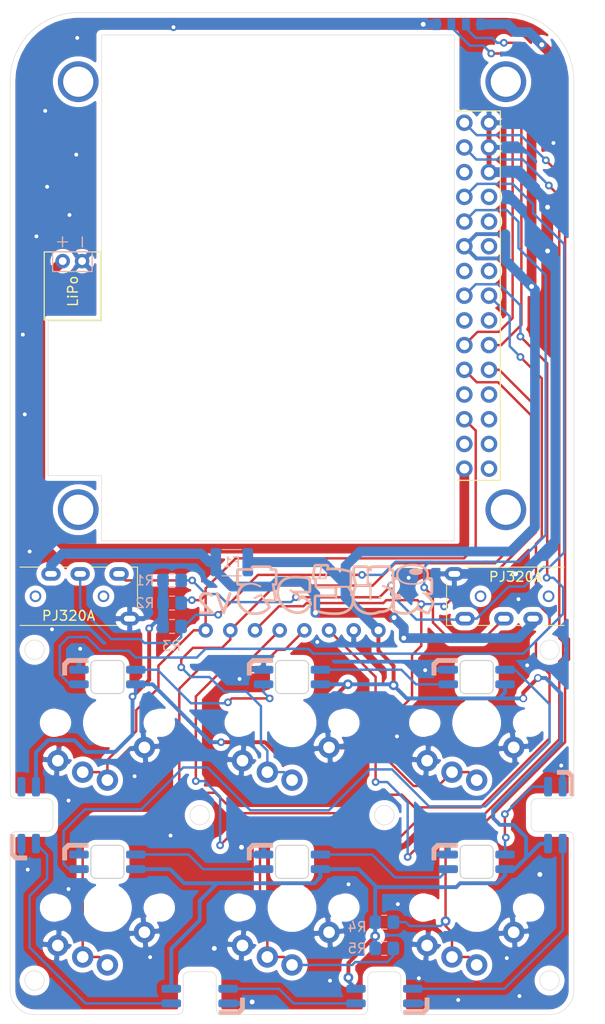
<source format=kicad_pcb>
(kicad_pcb (version 20171130) (host pcbnew "(5.1.6)-1")
  (layers (0 F.Cu signal) (31 B.Cu signal) (34 B.Paste user) (35 F.Paste user) (36 B.SilkS user) (37 F.SilkS user) (38 B.Mask user) (39 F.Mask user) (44 Edge.Cuts user))
  (net 0 "")
  (net 1 VCC)
  (net 2 GND)
  (net 3 VIN)
  (net 4 EN)
  (net 5 5V)
  (net 6 KEY1)
  (net 7 KEY2)
  (net 8 KEY3)
  (net 9 KEY4)
  (net 10 KEY5)
  (net 11 KEY6)
  (net 12 SDA)
  (net 13 SCL)
  (net 14 RGB_LED)
  (net 15 GPIO33)
  (net 16 GPIO32)
  (net 17 VCC_R)
  (module aaaa:R_0805_2012Metric1.2 (layer B.Cu) (at 209.3 158.5)
    (fp_text reference F1 (at 0 0) (layer B.SilkS) (effects (justify mirror)))
    (fp_text value 1kΩ)
    (pad 2 smd roundrect (at 1.65 0) (size 1.1 2.9) (layers B.Cu B.Paste B.Mask) (net 1 VCC))
    (pad 1 smd roundrect (at -1.65 0) (size 1.1 2.9) (layers B.Cu B.Paste B.Mask) (net 17 VCC_R))
  )
  (module aaaa:m5ch (layer B.Cu) (at 219.9 162 180)
    (fp_text reference G*** hide)
    (fp_text value LOGO hide)
  )
  (module aaaa:LED_YS-SK6812MINI-E2 (layer B.Cu) (at 242.6 184.5 270)
    (fp_text reference l hide)
    (fp_text value l hide)
    (pad 3 smd roundrect (at -2.921 -0.75 270) (size 2 0.82) (layers B.Cu B.Paste B.Mask) (net 2 GND))
    (pad 2 smd roundrect (at 2.921 -0.75 270) (size 2 0.82) (layers B.Cu B.Paste B.Mask) (net 14 RGB_LED))
    (pad 1 smd roundrect (at 2.921 0.75 270) (size 2 0.82) (layers B.Cu B.Paste B.Mask) (net 1 VCC))
    (pad 4 smd roundrect (at -2.921 0.75 270) (size 2 0.82) (layers B.Cu B.Paste B.Mask) (net 14 RGB_LED))
  )
  (module aaaa:LED_YS-SK6812MINI-E2 (layer B.Cu) (at 225 203.1 180)
    (fp_text reference l hide)
    (fp_text value l hide)
    (pad 4 smd roundrect (at -2.921 0.75 180) (size 2 0.82) (layers B.Cu B.Paste B.Mask) (net 14 RGB_LED))
    (pad 1 smd roundrect (at 2.921 0.75 180) (size 2 0.82) (layers B.Cu B.Paste B.Mask) (net 1 VCC))
    (pad 2 smd roundrect (at 2.921 -0.75 180) (size 2 0.82) (layers B.Cu B.Paste B.Mask) (net 14 RGB_LED))
    (pad 3 smd roundrect (at -2.921 -0.75 180) (size 2 0.82) (layers B.Cu B.Paste B.Mask) (net 2 GND))
  )
  (module aaaa:LED_YS-SK6812MINI-E2 (layer B.Cu) (at 206 203.1 180)
    (fp_text reference l hide)
    (fp_text value l hide)
    (pad 3 smd roundrect (at -2.921 -0.75 180) (size 2 0.82) (layers B.Cu B.Paste B.Mask) (net 2 GND))
    (pad 2 smd roundrect (at 2.921 -0.75 180) (size 2 0.82) (layers B.Cu B.Paste B.Mask) (net 14 RGB_LED))
    (pad 1 smd roundrect (at 2.921 0.75 180) (size 2 0.82) (layers B.Cu B.Paste B.Mask) (net 1 VCC))
    (pad 4 smd roundrect (at -2.921 0.75 180) (size 2 0.82) (layers B.Cu B.Paste B.Mask) (net 14 RGB_LED))
  )
  (module aaaa:LED_YS-SK6812MINI-E2 (layer B.Cu) (at 188.4 184.5 90)
    (fp_text reference l hide)
    (fp_text value l hide)
    (pad 4 smd roundrect (at -2.921 0.75 90) (size 2 0.82) (layers B.Cu B.Paste B.Mask) (net 14 RGB_LED))
    (pad 1 smd roundrect (at 2.921 0.75 90) (size 2 0.82) (layers B.Cu B.Paste B.Mask) (net 1 VCC))
    (pad 2 smd roundrect (at 2.921 -0.75 90) (size 2 0.82) (layers B.Cu B.Paste B.Mask) (net 14 RGB_LED))
    (pad 3 smd roundrect (at -2.921 -0.75 90) (size 2 0.82) (layers B.Cu B.Paste B.Mask) (net 2 GND))
  )
  (module aaaa:LED_YS-SK6812MINI-E2 (layer B.Cu) (at 196.5 189.3)
    (fp_text reference l hide)
    (fp_text value l hide)
    (fp_line (start -1.7 1.2) (end -1.7 -1.2) (layer Edge.Cuts) (width 0.12))
    (fp_line (start 1.7 -1.2) (end 1.7 1.2) (layer Edge.Cuts) (width 0.12))
    (fp_line (start -1.2 -1.7) (end 1.2 -1.7) (layer Edge.Cuts) (width 0.12))
    (fp_line (start -1.2 1.7) (end 1.2 1.7) (layer Edge.Cuts) (width 0.12))
    (fp_arc (start -1.2 -1.2) (end -1.7 -1.2) (angle 90) (layer Edge.Cuts) (width 0.12))
    (fp_arc (start 1.2 -1.2) (end 1.2 -1.7) (angle 90) (layer Edge.Cuts) (width 0.12))
    (fp_arc (start 1.2 1.2) (end 1.7 1.2) (angle 90) (layer Edge.Cuts) (width 0.12))
    (fp_arc (start -1.2 1.2) (end -1.2 1.7) (angle 90) (layer Edge.Cuts) (width 0.12))
    (pad 3 smd roundrect (at -2.921 -0.75) (size 2 0.82) (layers B.Cu B.Paste B.Mask) (net 2 GND))
    (pad 2 smd roundrect (at 2.921 -0.75) (size 2 0.82) (layers B.Cu B.Paste B.Mask) (net 14 RGB_LED))
    (pad 1 smd roundrect (at 2.921 0.75) (size 2 0.82) (layers B.Cu B.Paste B.Mask) (net 1 VCC))
    (pad 4 smd roundrect (at -2.921 0.75) (size 2 0.82) (layers B.Cu B.Paste B.Mask) (net 14 RGB_LED))
  )
  (module aaaa:LED_YS-SK6812MINI-E2 (layer B.Cu) (at 215.5 189.3)
    (fp_text reference l hide)
    (fp_text value l hide)
    (fp_line (start -1.2 1.7) (end 1.2 1.7) (layer Edge.Cuts) (width 0.12))
    (fp_line (start -1.2 -1.7) (end 1.2 -1.7) (layer Edge.Cuts) (width 0.12))
    (fp_line (start 1.7 -1.2) (end 1.7 1.2) (layer Edge.Cuts) (width 0.12))
    (fp_line (start -1.7 1.2) (end -1.7 -1.2) (layer Edge.Cuts) (width 0.12))
    (fp_arc (start -1.2 1.2) (end -1.2 1.7) (angle 90) (layer Edge.Cuts) (width 0.12))
    (fp_arc (start 1.2 1.2) (end 1.7 1.2) (angle 90) (layer Edge.Cuts) (width 0.12))
    (fp_arc (start 1.2 -1.2) (end 1.2 -1.7) (angle 90) (layer Edge.Cuts) (width 0.12))
    (fp_arc (start -1.2 -1.2) (end -1.7 -1.2) (angle 90) (layer Edge.Cuts) (width 0.12))
    (pad 4 smd roundrect (at -2.921 0.75) (size 2 0.82) (layers B.Cu B.Paste B.Mask) (net 14 RGB_LED))
    (pad 1 smd roundrect (at 2.921 0.75) (size 2 0.82) (layers B.Cu B.Paste B.Mask) (net 1 VCC))
    (pad 2 smd roundrect (at 2.921 -0.75) (size 2 0.82) (layers B.Cu B.Paste B.Mask) (net 14 RGB_LED))
    (pad 3 smd roundrect (at -2.921 -0.75) (size 2 0.82) (layers B.Cu B.Paste B.Mask) (net 2 GND))
  )
  (module aaaa:LED_YS-SK6812MINI-E2 (layer B.Cu) (at 234.5 189.3)
    (fp_text reference l hide)
    (fp_text value l hide)
    (fp_line (start -1.7 1.2) (end -1.7 -1.2) (layer Edge.Cuts) (width 0.12))
    (fp_line (start 1.7 -1.2) (end 1.7 1.2) (layer Edge.Cuts) (width 0.12))
    (fp_line (start -1.2 -1.7) (end 1.2 -1.7) (layer Edge.Cuts) (width 0.12))
    (fp_line (start -1.2 1.7) (end 1.2 1.7) (layer Edge.Cuts) (width 0.12))
    (fp_arc (start -1.2 -1.2) (end -1.7 -1.2) (angle 90) (layer Edge.Cuts) (width 0.12))
    (fp_arc (start 1.2 -1.2) (end 1.2 -1.7) (angle 90) (layer Edge.Cuts) (width 0.12))
    (fp_arc (start 1.2 1.2) (end 1.7 1.2) (angle 90) (layer Edge.Cuts) (width 0.12))
    (fp_arc (start -1.2 1.2) (end -1.2 1.7) (angle 90) (layer Edge.Cuts) (width 0.12))
    (pad 3 smd roundrect (at -2.921 -0.75) (size 2 0.82) (layers B.Cu B.Paste B.Mask) (net 2 GND))
    (pad 2 smd roundrect (at 2.921 -0.75) (size 2 0.82) (layers B.Cu B.Paste B.Mask) (net 14 RGB_LED))
    (pad 1 smd roundrect (at 2.921 0.75) (size 2 0.82) (layers B.Cu B.Paste B.Mask) (net 1 VCC))
    (pad 4 smd roundrect (at -2.921 0.75) (size 2 0.82) (layers B.Cu B.Paste B.Mask) (net 14 RGB_LED))
  )
  (module aaaa:LED_YS-SK6812MINI-E2 (layer B.Cu) (at 234.5 170.3)
    (fp_text reference l hide)
    (fp_text value l hide)
    (fp_line (start -1.2 1.7) (end 1.2 1.7) (layer Edge.Cuts) (width 0.12))
    (fp_line (start -1.2 -1.7) (end 1.2 -1.7) (layer Edge.Cuts) (width 0.12))
    (fp_line (start 1.7 -1.2) (end 1.7 1.2) (layer Edge.Cuts) (width 0.12))
    (fp_line (start -1.7 1.2) (end -1.7 -1.2) (layer Edge.Cuts) (width 0.12))
    (fp_arc (start -1.2 1.2) (end -1.2 1.7) (angle 90) (layer Edge.Cuts) (width 0.12))
    (fp_arc (start 1.2 1.2) (end 1.7 1.2) (angle 90) (layer Edge.Cuts) (width 0.12))
    (fp_arc (start 1.2 -1.2) (end 1.2 -1.7) (angle 90) (layer Edge.Cuts) (width 0.12))
    (fp_arc (start -1.2 -1.2) (end -1.7 -1.2) (angle 90) (layer Edge.Cuts) (width 0.12))
    (pad 4 smd roundrect (at -2.921 0.75) (size 2 0.82) (layers B.Cu B.Paste B.Mask) (net 14 RGB_LED))
    (pad 1 smd roundrect (at 2.921 0.75) (size 2 0.82) (layers B.Cu B.Paste B.Mask) (net 1 VCC))
    (pad 2 smd roundrect (at 2.921 -0.75) (size 2 0.82) (layers B.Cu B.Paste B.Mask) (net 14 RGB_LED))
    (pad 3 smd roundrect (at -2.921 -0.75) (size 2 0.82) (layers B.Cu B.Paste B.Mask) (net 2 GND))
  )
  (module aaaa:LED_YS-SK6812MINI-E2 (layer B.Cu) (at 215.5 170.3)
    (fp_text reference l hide)
    (fp_text value l hide)
    (fp_line (start -1.7 1.2) (end -1.7 -1.2) (layer Edge.Cuts) (width 0.12))
    (fp_line (start 1.7 -1.2) (end 1.7 1.2) (layer Edge.Cuts) (width 0.12))
    (fp_line (start -1.2 -1.7) (end 1.2 -1.7) (layer Edge.Cuts) (width 0.12))
    (fp_line (start -1.2 1.7) (end 1.2 1.7) (layer Edge.Cuts) (width 0.12))
    (fp_arc (start -1.2 -1.2) (end -1.7 -1.2) (angle 90) (layer Edge.Cuts) (width 0.12))
    (fp_arc (start 1.2 -1.2) (end 1.2 -1.7) (angle 90) (layer Edge.Cuts) (width 0.12))
    (fp_arc (start 1.2 1.2) (end 1.7 1.2) (angle 90) (layer Edge.Cuts) (width 0.12))
    (fp_arc (start -1.2 1.2) (end -1.2 1.7) (angle 90) (layer Edge.Cuts) (width 0.12))
    (pad 3 smd roundrect (at -2.921 -0.75) (size 2 0.82) (layers B.Cu B.Paste B.Mask) (net 2 GND))
    (pad 2 smd roundrect (at 2.921 -0.75) (size 2 0.82) (layers B.Cu B.Paste B.Mask) (net 14 RGB_LED))
    (pad 1 smd roundrect (at 2.921 0.75) (size 2 0.82) (layers B.Cu B.Paste B.Mask) (net 1 VCC))
    (pad 4 smd roundrect (at -2.921 0.75) (size 2 0.82) (layers B.Cu B.Paste B.Mask) (net 14 RGB_LED))
  )
  (module aaaa:LED_YS-SK6812MINI-E2 (layer B.Cu) (at 196.5 170.3)
    (fp_text reference l hide)
    (fp_text value l hide)
    (fp_line (start -1.2 1.7) (end 1.2 1.7) (layer Edge.Cuts) (width 0.12))
    (fp_line (start -1.2 -1.7) (end 1.2 -1.7) (layer Edge.Cuts) (width 0.12))
    (fp_line (start 1.7 -1.2) (end 1.7 1.2) (layer Edge.Cuts) (width 0.12))
    (fp_line (start -1.7 1.2) (end -1.7 -1.2) (layer Edge.Cuts) (width 0.12))
    (fp_arc (start -1.2 1.2) (end -1.2 1.7) (angle 90) (layer Edge.Cuts) (width 0.12))
    (fp_arc (start 1.2 1.2) (end 1.7 1.2) (angle 90) (layer Edge.Cuts) (width 0.12))
    (fp_arc (start 1.2 -1.2) (end 1.2 -1.7) (angle 90) (layer Edge.Cuts) (width 0.12))
    (fp_arc (start -1.2 -1.2) (end -1.7 -1.2) (angle 90) (layer Edge.Cuts) (width 0.12))
    (pad 4 smd roundrect (at -2.921 0.75) (size 2 0.82) (layers B.Cu B.Paste B.Mask) (net 14 RGB_LED))
    (pad 1 smd roundrect (at 2.921 0.75) (size 2 0.82) (layers B.Cu B.Paste B.Mask) (net 1 VCC))
    (pad 2 smd roundrect (at 2.921 -0.75) (size 2 0.82) (layers B.Cu B.Paste B.Mask) (net 14 RGB_LED))
    (pad 3 smd roundrect (at -2.921 -0.75) (size 2 0.82) (layers B.Cu B.Paste B.Mask) (net 2 GND))
  )
  (module aaaa:R_0805_2012Metric1.2 (layer B.Cu) (at 230.4 103.2)
    (fp_text reference R3 hide)
    (fp_text value 1kΩ)
    (pad 2 smd rect (at 1.5 0) (size 0.8 1.2) (layers B.Cu B.Paste B.Mask) (net 15 GPIO33))
    (pad 1 smd rect (at 0 0) (size 0.8 1.2) (layers B.Cu B.Paste B.Mask) (net 2 GND))
    (pad 3 smd rect (at 3 0) (size 0.8 1.2) (layers B.Cu B.Paste B.Mask) (net 16 GPIO32))
    (pad 4 smd rect (at 4.5 0) (size 0.8 1.2) (layers B.Cu B.Paste B.Mask) (net 1 VCC))
  )
  (module aaaa:R_0805_2012Metric1.2 (layer B.Cu) (at 203.158 165.1)
    (fp_text reference R3 (at -0.058 2 180) (layer B.SilkS) (effects (justify mirror)))
    (fp_text value 1kΩ)
    (pad 1 smd roundrect (at -0.9375 0) (size 1.2 1.4) (layers B.Cu B.Paste B.Mask) (net 1 VCC))
    (pad 2 smd roundrect (at 0.9375 0) (size 1.2 1.4) (layers B.Cu B.Paste B.Mask) (net 12 SDA))
  )
  (module aaaa:R_0805_2012Metric1.2 (layer B.Cu) (at 203.158 160.371)
    (fp_text reference R1 (at -2.794 0 180) (layer B.SilkS) (effects (justify mirror)))
    (fp_text value 1kΩ)
    (pad 1 smd roundrect (at -0.9375 0) (size 1.2 1.4) (layers B.Cu B.Paste B.Mask) (net 1 VCC))
    (pad 2 smd roundrect (at 0.9375 0) (size 1.2 1.4) (layers B.Cu B.Paste B.Mask) (net 13 SCL))
  )
  (module aaaa:R_0805_2012Metric1.2 (layer B.Cu) (at 203.158 162.7)
    (fp_text reference R2 (at -2.794 0 180) (layer B.SilkS) (effects (justify mirror)))
    (fp_text value 1kΩ)
    (pad 2 smd roundrect (at 0.9375 0) (size 1.2 1.4) (layers B.Cu B.Paste B.Mask) (net 6 KEY1))
    (pad 1 smd roundrect (at -0.9375 0) (size 1.2 1.4) (layers B.Cu B.Paste B.Mask) (net 1 VCC))
  )
  (module aaaa:R_0805_2012Metric1.2 (layer B.Cu) (at 224.994 195.5)
    (fp_text reference R4 (at -2.794 0.5 180) (layer B.SilkS) (effects (justify mirror)))
    (fp_text value 1kΩ)
    (pad 1 smd roundrect (at -0.9375 0) (size 1.2 1.4) (layers B.Cu B.Paste B.Mask) (net 1 VCC))
    (pad 2 smd roundrect (at 0.9375 0) (size 1.2 1.4) (layers B.Cu B.Paste B.Mask) (net 11 KEY6))
  )
  (module aaaa:R_0805_2012Metric1.2 (layer B.Cu) (at 224.994 198.2)
    (fp_text reference R5 (at -2.794 0 180) (layer B.SilkS) (effects (justify mirror)))
    (fp_text value 1kΩ)
    (pad 2 smd roundrect (at 0.9375 0) (size 1.2 1.4) (layers B.Cu B.Paste B.Mask) (net 10 KEY5))
    (pad 1 smd roundrect (at -0.9375 0) (size 1.2 1.4) (layers B.Cu B.Paste B.Mask) (net 1 VCC))
  )
  (module aaaa:CherryMX_Choc_1u_amy (layer F.Cu) (at 234.5 194 180)
    (fp_text reference SW3 hide)
    (fp_text value SW_PUSH hide)
    (pad "" np_thru_hole circle (at -5.08 0 180) (size 1.7 1.7) (drill 1.7) (layers *.Cu *.Mask))
    (pad "" np_thru_hole circle (at 5.08 0 180) (size 1.7 1.7) (drill 1.7) (layers *.Cu *.Mask))
    (pad 1 thru_hole circle (at -3.81 -2.54 230) (size 2.2 2.2) (drill 1.2) (layers *.Cu *.Mask) (net 2 GND))
    (pad 2 thru_hole circle (at 2.54 -5.08 180) (size 2.2 2.2) (drill 1.2) (layers *.Cu *.Mask) (net 11 KEY6))
    (pad 2 thru_hole circle (at 0 -5.9 270) (size 2.2 2.2) (drill 1.2) (layers *.Cu *.Mask) (net 11 KEY6))
    (pad "" np_thru_hole circle (at 5.5 0 270) (size 1.9 1.9) (drill 1.9) (layers *.Cu *.Mask))
    (pad "" np_thru_hole circle (at -5.5 0 270) (size 1.9 1.9) (drill 1.9) (layers *.Cu *.Mask))
    (pad "" np_thru_hole circle (at 0 0 270) (size 4 4) (drill 4) (layers *.Cu *.Mask))
    (pad 1 thru_hole circle (at 5.1 -3.9 130) (size 2.2 2.2) (drill 1.2) (layers *.Cu *.Mask) (net 2 GND))
  )
  (module aaaa:CherryMX_Choc_1u_amy (layer F.Cu) (at 215.5 194 180)
    (fp_text reference SW3 hide)
    (fp_text value SW_PUSH hide)
    (pad 1 thru_hole circle (at 5.1 -3.9 130) (size 2.2 2.2) (drill 1.2) (layers *.Cu *.Mask) (net 2 GND))
    (pad "" np_thru_hole circle (at 0 0 270) (size 4 4) (drill 4) (layers *.Cu *.Mask))
    (pad "" np_thru_hole circle (at -5.5 0 270) (size 1.9 1.9) (drill 1.9) (layers *.Cu *.Mask))
    (pad "" np_thru_hole circle (at 5.5 0 270) (size 1.9 1.9) (drill 1.9) (layers *.Cu *.Mask))
    (pad 2 thru_hole circle (at 0 -5.9 270) (size 2.2 2.2) (drill 1.2) (layers *.Cu *.Mask) (net 10 KEY5))
    (pad 2 thru_hole circle (at 2.54 -5.08 180) (size 2.2 2.2) (drill 1.2) (layers *.Cu *.Mask) (net 10 KEY5))
    (pad 1 thru_hole circle (at -3.81 -2.54 230) (size 2.2 2.2) (drill 1.2) (layers *.Cu *.Mask) (net 2 GND))
    (pad "" np_thru_hole circle (at 5.08 0 180) (size 1.7 1.7) (drill 1.7) (layers *.Cu *.Mask))
    (pad "" np_thru_hole circle (at -5.08 0 180) (size 1.7 1.7) (drill 1.7) (layers *.Cu *.Mask))
  )
  (module aaaa:CherryMX_Choc_1u_amy (layer F.Cu) (at 234.5 175 180)
    (fp_text reference SW3 hide)
    (fp_text value SW_PUSH hide)
    (pad 1 thru_hole circle (at 5.1 -3.9 130) (size 2.2 2.2) (drill 1.2) (layers *.Cu *.Mask) (net 2 GND))
    (pad "" np_thru_hole circle (at 0 0 270) (size 4 4) (drill 4) (layers *.Cu *.Mask))
    (pad "" np_thru_hole circle (at -5.5 0 270) (size 1.9 1.9) (drill 1.9) (layers *.Cu *.Mask))
    (pad "" np_thru_hole circle (at 5.5 0 270) (size 1.9 1.9) (drill 1.9) (layers *.Cu *.Mask))
    (pad 2 thru_hole circle (at 0 -5.9 270) (size 2.2 2.2) (drill 1.2) (layers *.Cu *.Mask) (net 8 KEY3))
    (pad 2 thru_hole circle (at 2.54 -5.08 180) (size 2.2 2.2) (drill 1.2) (layers *.Cu *.Mask) (net 8 KEY3))
    (pad 1 thru_hole circle (at -3.81 -2.54 230) (size 2.2 2.2) (drill 1.2) (layers *.Cu *.Mask) (net 2 GND))
    (pad "" np_thru_hole circle (at 5.08 0 180) (size 1.7 1.7) (drill 1.7) (layers *.Cu *.Mask))
    (pad "" np_thru_hole circle (at -5.08 0 180) (size 1.7 1.7) (drill 1.7) (layers *.Cu *.Mask))
  )
  (module aaaa:CherryMX_Choc_1u_amy (layer F.Cu) (at 215.5 175 180)
    (fp_text reference SW3 hide)
    (fp_text value SW_PUSH hide)
    (pad "" np_thru_hole circle (at -5.08 0 180) (size 1.7 1.7) (drill 1.7) (layers *.Cu *.Mask))
    (pad "" np_thru_hole circle (at 5.08 0 180) (size 1.7 1.7) (drill 1.7) (layers *.Cu *.Mask))
    (pad 1 thru_hole circle (at -3.81 -2.54 230) (size 2.2 2.2) (drill 1.2) (layers *.Cu *.Mask) (net 2 GND))
    (pad 2 thru_hole circle (at 2.54 -5.08 180) (size 2.2 2.2) (drill 1.2) (layers *.Cu *.Mask) (net 7 KEY2))
    (pad 2 thru_hole circle (at 0 -5.9 270) (size 2.2 2.2) (drill 1.2) (layers *.Cu *.Mask) (net 7 KEY2))
    (pad "" np_thru_hole circle (at 5.5 0 270) (size 1.9 1.9) (drill 1.9) (layers *.Cu *.Mask))
    (pad "" np_thru_hole circle (at -5.5 0 270) (size 1.9 1.9) (drill 1.9) (layers *.Cu *.Mask))
    (pad "" np_thru_hole circle (at 0 0 270) (size 4 4) (drill 4) (layers *.Cu *.Mask))
    (pad 1 thru_hole circle (at 5.1 -3.9 130) (size 2.2 2.2) (drill 1.2) (layers *.Cu *.Mask) (net 2 GND))
  )
  (module aaaa:CherryMX_Choc_1u_amy (layer F.Cu) (at 196.5 194 180)
    (fp_text reference SW3 hide)
    (fp_text value SW_PUSH hide)
    (pad "" np_thru_hole circle (at -5.08 0 180) (size 1.7 1.7) (drill 1.7) (layers *.Cu *.Mask))
    (pad "" np_thru_hole circle (at 5.08 0 180) (size 1.7 1.7) (drill 1.7) (layers *.Cu *.Mask))
    (pad 1 thru_hole circle (at -3.81 -2.54 230) (size 2.2 2.2) (drill 1.2) (layers *.Cu *.Mask) (net 2 GND))
    (pad 2 thru_hole circle (at 2.54 -5.08 180) (size 2.2 2.2) (drill 1.2) (layers *.Cu *.Mask) (net 9 KEY4))
    (pad 2 thru_hole circle (at 0 -5.9 270) (size 2.2 2.2) (drill 1.2) (layers *.Cu *.Mask) (net 9 KEY4))
    (pad "" np_thru_hole circle (at 5.5 0 270) (size 1.9 1.9) (drill 1.9) (layers *.Cu *.Mask))
    (pad "" np_thru_hole circle (at -5.5 0 270) (size 1.9 1.9) (drill 1.9) (layers *.Cu *.Mask))
    (pad "" np_thru_hole circle (at 0 0 270) (size 4 4) (drill 4) (layers *.Cu *.Mask))
    (pad 1 thru_hole circle (at 5.1 -3.9 130) (size 2.2 2.2) (drill 1.2) (layers *.Cu *.Mask) (net 2 GND))
  )
  (module aaaa:CherryMX_Choc_1u_amy (layer F.Cu) (at 196.5 175 180)
    (fp_text reference SW3 hide)
    (fp_text value SW_PUSH hide)
    (pad 1 thru_hole circle (at 5.1 -3.9 130) (size 2.2 2.2) (drill 1.2) (layers *.Cu *.Mask) (net 2 GND))
    (pad "" np_thru_hole circle (at 0 0 270) (size 4 4) (drill 4) (layers *.Cu *.Mask))
    (pad "" np_thru_hole circle (at -5.5 0 270) (size 1.9 1.9) (drill 1.9) (layers *.Cu *.Mask))
    (pad "" np_thru_hole circle (at 5.5 0 270) (size 1.9 1.9) (drill 1.9) (layers *.Cu *.Mask))
    (pad 2 thru_hole circle (at 0 -5.9 270) (size 2.2 2.2) (drill 1.2) (layers *.Cu *.Mask) (net 6 KEY1))
    (pad 2 thru_hole circle (at 2.54 -5.08 180) (size 2.2 2.2) (drill 1.2) (layers *.Cu *.Mask) (net 6 KEY1))
    (pad 1 thru_hole circle (at -3.81 -2.54 230) (size 2.2 2.2) (drill 1.2) (layers *.Cu *.Mask) (net 2 GND))
    (pad "" np_thru_hole circle (at 5.08 0 180) (size 1.7 1.7) (drill 1.7) (layers *.Cu *.Mask))
    (pad "" np_thru_hole circle (at -5.08 0 180) (size 1.7 1.7) (drill 1.7) (layers *.Cu *.Mask))
  )
  (module aaaa:j6pin (layer F.Cu) (at 215.5 165.5 90)
    (fp_text reference j1 hide)
    (fp_text value j1)
    (pad 1 thru_hole oval (at 0 -8.89 90) (size 1.5 1.5) (drill 0.8) (layers *.Cu *.Mask) (net 6 KEY1))
    (pad 2 thru_hole oval (at 0 -6.35 90) (size 1.5 1.5) (drill 0.8) (layers *.Cu *.Mask) (net 7 KEY2))
    (pad 3 thru_hole oval (at 0 -3.81 90) (size 1.5 1.5) (drill 0.8) (layers *.Cu *.Mask) (net 8 KEY3))
    (pad 4 thru_hole oval (at 0 -1.27 90) (size 1.5 1.5) (drill 0.8) (layers *.Cu *.Mask) (net 9 KEY4))
    (pad 5 thru_hole oval (at 0 1.27 90) (size 1.5 1.5) (drill 0.8) (layers *.Cu *.Mask) (net 10 KEY5))
    (pad 6 thru_hole oval (at 0 3.81 90) (size 1.5 1.5) (drill 0.8) (layers *.Cu *.Mask) (net 11 KEY6))
    (pad 7 thru_hole oval (at 0 6.35 90) (size 1.5 1.5) (drill 0.8) (layers *.Cu *.Mask) (net 2 GND))
    (pad 8 thru_hole oval (at 0 8.89 90) (size 1.5 1.5) (drill 0.8) (layers *.Cu *.Mask) (net 1 VCC))
  )
  (module SMKJP:CON_PJ320A (layer F.Cu) (at 187.5 162)
    (fp_text reference PJ320A (at 5 2) (layer F.SilkS))
    (fp_text value PJ320A)
    (pad "" thru_hole circle (at 8.6 0) (size 1.2 1.2) (drill 0.8) (layers *.Cu *.Mask))
    (pad "" thru_hole circle (at 1.6 0) (size 1.2 1.2) (drill 0.8) (layers *.Cu *.Mask))
    (pad 4 thru_hole oval (at 11.3 2.3) (size 2 1.4) (drill oval 1.2 0.6) (layers *.Cu *.Mask) (net 2 GND))
    (pad 1 thru_hole oval (at 10.2 -2.3) (size 2 1.4) (drill oval 1.2 0.6) (layers *.Cu *.Mask) (net 13 SCL))
    (pad 2 thru_hole oval (at 6.2 -2.3) (size 2 1.4) (drill oval 1.2 0.6) (layers *.Cu *.Mask) (net 12 SDA))
    (pad 3 thru_hole oval (at 3.2 -2.3) (size 2 1.4) (drill oval 1.2 0.6) (layers *.Cu *.Mask) (net 17 VCC_R))
  )
  (module m5mouse:mountinghole_M2_M3 (layer F.Cu) (at 193.5 108.6 180)
    (fp_text reference MH2 hide)
    (fp_text value M3 hide)
    (pad 1 thru_hole circle (at 0 -0.5 180) (size 4.2 4.2) (drill 3.1) (layers *.Cu *.Mask))
  )
  (module m5mouse:mountinghole_M2_M3 (layer F.Cu) (at 193.5 153.1 180)
    (fp_text reference MH1 hide)
    (fp_text value M3 hide)
    (pad "" thru_hole circle (at 0 0 180) (size 4.2 4.2) (drill 3.1) (layers *.Cu *.Mask))
  )
  (module aaaa:JST_PH_S2B (layer F.Cu) (at 192.9 127.6)
    (fp_text reference LiPo (at 0.05 3.044 -270) (layer F.SilkS))
    (fp_text value LiPo)
    (pad 2 thru_hole circle (at 1 -0.056) (size 1.5 1.5) (drill 0.8) (layers *.Cu *.Mask) (net 2 GND))
    (pad 1 thru_hole circle (at -1 -0.056) (size 1.5 1.5) (drill 0.8) (layers *.Cu *.Mask) (net 3 VIN))
  )
  (module m5mouse:mountinghole_M2_M3 (layer F.Cu) (at 237.0956 108.8736)
    (fp_text reference MH3 hide)
    (fp_text value M3 hide)
    (pad "" thru_hole circle (at 0.4044 0.2264) (size 4.2 4.2) (drill 3.1) (layers *.Cu *.Mask))
  )
  (module m5mouse:mountinghole_M2_M3 (layer F.Cu) (at 237.0956 153.1736)
    (fp_text reference MH4 hide)
    (fp_text value M3 hide)
    (pad 1 thru_hole circle (at 0.4044 -0.0736) (size 4.2 4.2) (drill 3.1) (layers *.Cu *.Mask))
  )
  (module Connector_PinHeader_2.54mm:PinHeader_2x15_P2.54mm_Vertical (layer F.Cu) (at 234.5 131.1 180)
    (fp_text reference REF** hide)
    (fp_text value PinHeader_2x15_P2.54mm_Vertical)
    (pad 30 thru_hole oval (at 1.27 17.78 180) (size 1.7 1.7) (drill 1) (layers *.Cu *.Mask) (net 11 KEY6))
    (pad 29 thru_hole oval (at -1.27 17.78 180) (size 1.7 1.7) (drill 1) (layers *.Cu *.Mask) (net 2 GND))
    (pad 28 thru_hole oval (at 1.27 15.24 180) (size 1.7 1.7) (drill 1) (layers *.Cu *.Mask) (net 10 KEY5))
    (pad 27 thru_hole oval (at -1.27 15.24 180) (size 1.7 1.7) (drill 1) (layers *.Cu *.Mask) (net 2 GND))
    (pad 26 thru_hole oval (at 1.27 12.7 180) (size 1.7 1.7) (drill 1) (layers *.Cu *.Mask) (net 4 EN))
    (pad 25 thru_hole oval (at -1.27 12.7 180) (size 1.7 1.7) (drill 1) (layers *.Cu *.Mask) (net 2 GND))
    (pad 24 thru_hole oval (at 1.27 10.16 180) (size 1.7 1.7) (drill 1) (layers *.Cu *.Mask) (net 13 SCL))
    (pad 23 thru_hole oval (at -1.27 10.16 180) (size 1.7 1.7) (drill 1) (layers *.Cu *.Mask))
    (pad 22 thru_hole oval (at 1.27 7.62 180) (size 1.7 1.7) (drill 1) (layers *.Cu *.Mask) (net 12 SDA))
    (pad 21 thru_hole oval (at -1.27 7.62 180) (size 1.7 1.7) (drill 1) (layers *.Cu *.Mask))
    (pad 20 thru_hole oval (at 1.27 5.08 180) (size 1.7 1.7) (drill 1) (layers *.Cu *.Mask) (net 1 VCC))
    (pad 19 thru_hole oval (at -1.27 5.08 180) (size 1.7 1.7) (drill 1) (layers *.Cu *.Mask))
    (pad 18 thru_hole oval (at 1.27 2.54 180) (size 1.7 1.7) (drill 1) (layers *.Cu *.Mask))
    (pad 17 thru_hole oval (at -1.27 2.54 180) (size 1.7 1.7) (drill 1) (layers *.Cu *.Mask))
    (pad 16 thru_hole oval (at 1.27 0 180) (size 1.7 1.7) (drill 1) (layers *.Cu *.Mask) (net 14 RGB_LED))
    (pad 15 thru_hole oval (at -1.27 0 180) (size 1.7 1.7) (drill 1) (layers *.Cu *.Mask) (net 9 KEY4))
    (pad 14 thru_hole oval (at 1.27 -2.54 180) (size 1.7 1.7) (drill 1) (layers *.Cu *.Mask))
    (pad 13 thru_hole oval (at -1.27 -2.54 180) (size 1.7 1.7) (drill 1) (layers *.Cu *.Mask))
    (pad 12 thru_hole oval (at 1.27 -5.08 180) (size 1.7 1.7) (drill 1) (layers *.Cu *.Mask) (net 15 GPIO33))
    (pad 11 thru_hole oval (at -1.27 -5.08 180) (size 1.7 1.7) (drill 1) (layers *.Cu *.Mask) (net 16 GPIO32))
    (pad 10 thru_hole oval (at 1.27 -7.62 180) (size 1.7 1.7) (drill 1) (layers *.Cu *.Mask) (net 7 KEY2))
    (pad 9 thru_hole oval (at -1.27 -7.62 180) (size 1.7 1.7) (drill 1) (layers *.Cu *.Mask) (net 8 KEY3))
    (pad 8 thru_hole oval (at 1.27 -10.16 180) (size 1.7 1.7) (drill 1) (layers *.Cu *.Mask))
    (pad 7 thru_hole oval (at -1.27 -10.16 180) (size 1.7 1.7) (drill 1) (layers *.Cu *.Mask))
    (pad 6 thru_hole oval (at 1.27 -12.7 180) (size 1.7 1.7) (drill 1) (layers *.Cu *.Mask) (net 6 KEY1))
    (pad 5 thru_hole oval (at -1.27 -12.7 180) (size 1.7 1.7) (drill 1) (layers *.Cu *.Mask))
    (pad 4 thru_hole oval (at 1.27 -15.24 180) (size 1.7 1.7) (drill 1) (layers *.Cu *.Mask) (net 5 5V))
    (pad 3 thru_hole oval (at -1.27 -15.24 180) (size 1.7 1.7) (drill 1) (layers *.Cu *.Mask))
    (pad 2 thru_hole oval (at 1.27 -17.78 180) (size 1.7 1.7) (drill 1) (layers *.Cu *.Mask) (net 3 VIN))
    (pad 1 thru_hole oval (at -1.27 -17.78 180) (size 1.7 1.7) (drill 1) (layers *.Cu *.Mask))
  )
  (module SMKJP:CON_PJ320A (layer F.Cu) (at 243.5 162 180)
    (fp_text reference PJ320A (at 5 2) (layer F.SilkS))
    (fp_text value PJ320A)
    (pad "" thru_hole circle (at 8.6 0 180) (size 1.2 1.2) (drill 0.8) (layers *.Cu *.Mask))
    (pad "" thru_hole circle (at 1.6 0 180) (size 1.2 1.2) (drill 0.8) (layers *.Cu *.Mask))
    (pad 4 thru_hole oval (at 11.3 2.3 180) (size 2 1.4) (drill oval 1.2 0.6) (layers *.Cu *.Mask) (net 2 GND))
    (pad 1 thru_hole oval (at 10.2 -2.3 180) (size 2 1.4) (drill oval 1.2 0.6) (layers *.Cu *.Mask) (net 13 SCL))
    (pad 2 thru_hole oval (at 6.2 -2.3 180) (size 2 1.4) (drill oval 1.2 0.6) (layers *.Cu *.Mask) (net 12 SDA))
    (pad 3 thru_hole oval (at 3.2 -2.3 180) (size 2 1.4) (drill oval 1.2 0.6) (layers *.Cu *.Mask) (net 17 VCC_R))
  )
  (gr_text V2 (at 207.5 162.8) (layer B.SilkS) (effects (font (size 2 2) (thickness 0.3)) (justify mirror)))
  (gr_line (start 203.7 205) (end 189 205) (layer Edge.Cuts) (width 0.05))
  (gr_line (start 222.7 205) (end 208.3 205) (layer Edge.Cuts) (width 0.05))
  (gr_line (start 242 205) (end 227.3 205) (layer Edge.Cuts) (width 0.05))
  (gr_line (start 244.5 186.8) (end 244.5 202.5) (layer Edge.Cuts) (width 0.05))
  (gr_arc (start 240.7 183.4) (end 240.7 182.8) (angle -90) (layer Edge.Cuts) (width 0.05))
  (gr_arc (start 243.9 186.8) (end 244.5 186.8) (angle -90) (layer Edge.Cuts) (width 0.05))
  (gr_arc (start 243.9 182.2) (end 243.9 182.8) (angle -90) (layer Edge.Cuts) (width 0.05))
  (gr_arc (start 240.7 185.6) (end 240.1 185.6) (angle -90) (layer Edge.Cuts) (width 0.05))
  (gr_line (start 240.1 185.6) (end 240.1 183.4) (layer Edge.Cuts) (width 0.05))
  (gr_line (start 240.7 182.8) (end 243.9 182.8) (layer Edge.Cuts) (width 0.05))
  (gr_line (start 243.9 186.2) (end 240.7 186.2) (layer Edge.Cuts) (width 0.05))
  (gr_arc (start 226.1 201.2) (end 226.7 201.2) (angle -90) (layer Edge.Cuts) (width 0.05))
  (gr_arc (start 222.7 204.4) (end 222.7 205) (angle -90) (layer Edge.Cuts) (width 0.05))
  (gr_arc (start 227.3 204.4) (end 226.7 204.4) (angle -90) (layer Edge.Cuts) (width 0.05))
  (gr_arc (start 223.9 201.2) (end 223.9 200.6) (angle -90) (layer Edge.Cuts) (width 0.05))
  (gr_line (start 223.9 200.6) (end 226.1 200.6) (layer Edge.Cuts) (width 0.05))
  (gr_line (start 226.7 201.2) (end 226.7 204.4) (layer Edge.Cuts) (width 0.05))
  (gr_line (start 223.3 204.4) (end 223.3 201.2) (layer Edge.Cuts) (width 0.05))
  (gr_arc (start 207.1 201.2) (end 207.7 201.2) (angle -90) (layer Edge.Cuts) (width 0.05))
  (gr_arc (start 203.7 204.4) (end 203.7 205) (angle -90) (layer Edge.Cuts) (width 0.05))
  (gr_arc (start 208.3 204.4) (end 207.7 204.4) (angle -90) (layer Edge.Cuts) (width 0.05))
  (gr_arc (start 204.9 201.2) (end 204.9 200.6) (angle -90) (layer Edge.Cuts) (width 0.05))
  (gr_line (start 204.9 200.6) (end 207.1 200.6) (layer Edge.Cuts) (width 0.05))
  (gr_line (start 207.7 201.2) (end 207.7 204.4) (layer Edge.Cuts) (width 0.05))
  (gr_line (start 204.3 204.4) (end 204.3 201.2) (layer Edge.Cuts) (width 0.05))
  (gr_line (start 186.5 186.8) (end 186.5 202.5) (layer Edge.Cuts) (width 0.05))
  (gr_line (start 190.3 186.2) (end 187.1 186.2) (layer Edge.Cuts) (width 0.05))
  (gr_line (start 190.9 183.4) (end 190.9 185.6) (layer Edge.Cuts) (width 0.05))
  (gr_line (start 187.1 182.8) (end 190.3 182.8) (layer Edge.Cuts) (width 0.05))
  (gr_arc (start 187.1 186.8) (end 187.1 186.2) (angle -90) (layer Edge.Cuts) (width 0.05))
  (gr_arc (start 190.3 185.6) (end 190.3 186.2) (angle -90) (layer Edge.Cuts) (width 0.05))
  (gr_arc (start 190.3 183.4) (end 190.9 183.4) (angle -90) (layer Edge.Cuts) (width 0.05))
  (gr_arc (start 187.1 182.2) (end 186.5 182.2) (angle -90) (layer Edge.Cuts) (width 0.05))
  (gr_line (start 236.932 150.084) (end 232.487 150.084) (layer F.SilkS) (width 0.12))
  (gr_line (start 236.932 112.111) (end 236.932 150.084) (layer F.SilkS) (width 0.12))
  (gr_line (start 232.36 112.111) (end 236.932 112.111) (layer F.SilkS) (width 0.12))
  (gr_circle (center 189 201.5) (end 190 201.5) (layer Edge.Cuts) (width 0.05))
  (gr_circle (center 242 201.5) (end 243 201.5) (layer Edge.Cuts) (width 0.05))
  (gr_circle (center 242 167.5) (end 243 167.5) (layer Edge.Cuts) (width 0.05))
  (gr_circle (center 189 167.5) (end 190 167.5) (layer Edge.Cuts) (width 0.05))
  (gr_line (start 195.9 107.1) (end 195.9 104.3) (layer Edge.Cuts) (width 0.05))
  (gr_line (start 195.9 155.1) (end 195.9 149.6) (layer Edge.Cuts) (width 0.05))
  (gr_line (start 232.2 156.3) (end 195.9 156.3) (layer Edge.Cuts) (width 0.05))
  (gr_line (start 195.9 133.7) (end 195.9 107.1) (layer Edge.Cuts) (width 0.05))
  (gr_line (start 190.4 133.7) (end 195.9 133.7) (layer Edge.Cuts) (width 0.05))
  (gr_line (start 195.9 149.6) (end 190.4 149.6) (layer Edge.Cuts) (width 0.05))
  (gr_line (start 195.9 104.3) (end 232.2 104.3) (layer Edge.Cuts) (width 0.05))
  (gr_line (start 190.4 149.6) (end 190.4 133.7) (layer Edge.Cuts) (width 0.05))
  (gr_line (start 195.9 156.3) (end 195.9 155.1) (layer Edge.Cuts) (width 0.05))
  (gr_line (start 232.2 104.3) (end 232.2 156.3) (layer Edge.Cuts) (width 0.05))
  (gr_circle (center 225 184.5) (end 226 184.5) (layer Edge.Cuts) (width 0.05))
  (gr_circle (center 206 184.5) (end 207 184.5) (layer Edge.Cuts) (width 0.05))
  (gr_arc (start 242 202.5) (end 242 205) (angle -90) (layer Edge.Cuts) (width 0.05))
  (gr_arc (start 189 202.5) (end 186.5 202.5) (angle -90) (layer Edge.Cuts) (width 0.05))
  (gr_line (start 244.5 109) (end 244.5 182.2) (layer Edge.Cuts) (width 0.05))
  (gr_line (start 186.5 109) (end 186.5 182.2) (layer Edge.Cuts) (width 0.05))
  (gr_line (start 193.5 102) (end 237.5 102) (layer Edge.Cuts) (width 0.05))
  (gr_arc (start 237.5 109) (end 244.5 109) (angle -90) (layer Edge.Cuts) (width 0.05))
  (gr_arc (start 193.5 109) (end 193.5 102) (angle -90) (layer Edge.Cuts) (width 0.05))
  (segment (start 234.480001 127.270001) (end 237.470001 127.270001) (width 0.4) (layer B.Cu) (net 1))
  (segment (start 233.23 126.02) (end 234.480001 127.270001) (width 0.4) (layer B.Cu) (net 1))
  (segment (start 234.480001 124.769999) (end 237.469999 124.769999) (width 0.4) (layer B.Cu) (net 1))
  (segment (start 233.23 126.02) (end 234.480001 124.769999) (width 0.4) (layer B.Cu) (net 1))
  (segment (start 237.469999 127.269999) (end 237.470001 127.270001) (width 1) (layer B.Cu) (net 1))
  (segment (start 237.469999 124.769999) (end 237.469999 127.269999) (width 1) (layer B.Cu) (net 1))
  (segment (start 237.469999 127.269999) (end 237.469999 127.469999) (width 1) (layer B.Cu) (net 1))
  (segment (start 237.469999 127.469999) (end 240.15 130.15) (width 1) (layer B.Cu) (net 1))
  (segment (start 199.421 171.979) (end 199.421 171.05) (width 0.4) (layer B.Cu) (net 1))
  (segment (start 218.421 171.05) (end 221.25 171.05) (width 0.4) (layer B.Cu) (net 1))
  (segment (start 225.85 171.05) (end 225.95 171.15) (width 0.4) (layer B.Cu) (net 1))
  (segment (start 227.3 172.5) (end 236.8 172.5) (width 0.4) (layer B.Cu) (net 1))
  (segment (start 237.421 171.879) (end 237.421 171.05) (width 0.4) (layer B.Cu) (net 1))
  (segment (start 236.8 172.5) (end 237.421 171.879) (width 0.4) (layer B.Cu) (net 1))
  (segment (start 225.95 171.15) (end 227.3 172.5) (width 0.4) (layer B.Cu) (net 1))
  (via (at 225.95 171.15) (size 1) (drill 0.5) (layers F.Cu B.Cu) (net 1))
  (segment (start 236.8 172.5) (end 239.3 172.5) (width 0.4) (layer B.Cu) (net 1))
  (segment (start 239.3 172.5) (end 239.3 172.5) (width 0.4) (layer B.Cu) (net 1))
  (via (at 240.8 170.4) (size 0.8) (drill 0.5) (layers F.Cu B.Cu) (net 1))
  (via (at 239.3 172.5) (size 0.8) (drill 0.5) (layers F.Cu B.Cu) (net 1))
  (segment (start 239.3 171.9) (end 240.8 170.4) (width 0.4) (layer F.Cu) (net 1))
  (segment (start 239.3 172.5) (end 239.3 171.9) (width 0.4) (layer F.Cu) (net 1))
  (segment (start 218.421 190.05) (end 222.35 190.05) (width 0.4) (layer B.Cu) (net 1))
  (segment (start 222.35 190.05) (end 224.2 191.9) (width 0.4) (layer B.Cu) (net 1))
  (segment (start 224.2 191.9) (end 232.4 191.9) (width 0.4) (layer B.Cu) (net 1))
  (segment (start 232.4 191.9) (end 232.8 191.5) (width 0.4) (layer B.Cu) (net 1))
  (segment (start 237.421 190.679) (end 236.6 191.5) (width 0.4) (layer B.Cu) (net 1))
  (segment (start 237.421 190.05) (end 237.421 190.679) (width 0.4) (layer B.Cu) (net 1))
  (segment (start 232.8 191.5) (end 236.6 191.5) (width 0.4) (layer B.Cu) (net 1))
  (segment (start 199.421 190.05) (end 202.95 190.05) (width 0.4) (layer B.Cu) (net 1))
  (segment (start 202.95 190.05) (end 204.4 191.5) (width 0.4) (layer B.Cu) (net 1))
  (segment (start 218.421 190.879) (end 218.421 190.05) (width 0.4) (layer B.Cu) (net 1))
  (segment (start 217.8 191.5) (end 218.421 190.879) (width 0.4) (layer B.Cu) (net 1))
  (segment (start 199.0885 172.3115) (end 199.421 171.979) (width 0.4) (layer B.Cu) (net 1))
  (via (at 199.0885 172.3115) (size 0.8) (drill 0.4) (layers F.Cu B.Cu) (net 1))
  (segment (start 241.6 170.4) (end 240.8 170.4) (width 0.4) (layer B.Cu) (net 1))
  (segment (start 243.2 172) (end 241.6 170.4) (width 0.4) (layer B.Cu) (net 1))
  (segment (start 237.421 190.05) (end 238.421 190.05) (width 0.4) (layer B.Cu) (net 1))
  (segment (start 239.3 180.9) (end 243.2 177) (width 0.4) (layer B.Cu) (net 1))
  (segment (start 238.421 190.05) (end 239.3 189.171) (width 0.4) (layer B.Cu) (net 1))
  (segment (start 243.2 177) (end 243.2 172) (width 0.4) (layer B.Cu) (net 1))
  (segment (start 241.85 187.421) (end 241.05 187.421) (width 0.4) (layer B.Cu) (net 1))
  (segment (start 224.0565 192.0435) (end 224.2 191.9) (width 0.4) (layer B.Cu) (net 1))
  (segment (start 224.0565 198.2) (end 224.0565 192.0435) (width 0.4) (layer B.Cu) (net 1))
  (segment (start 222.079 202.35) (end 221.3 201.571) (width 0.4) (layer B.Cu) (net 1))
  (segment (start 221.3 201.571) (end 221.3 201.2) (width 0.4) (layer B.Cu) (net 1))
  (segment (start 221.3 201.2) (end 221.3 201.2) (width 0.4) (layer B.Cu) (net 1))
  (via (at 221.3 201.2) (size 1) (drill 0.5) (layers F.Cu B.Cu) (net 1))
  (segment (start 221.3 201.2) (end 221.3 199.7) (width 0.4) (layer F.Cu) (net 1))
  (segment (start 221.3 199.7) (end 224.0565 196.9435) (width 0.4) (layer F.Cu) (net 1))
  (segment (start 224.0565 196.9435) (end 224.1 196.9) (width 0.4) (layer F.Cu) (net 1))
  (via (at 224.0565 196.9435) (size 1) (drill 0.5) (layers F.Cu B.Cu) (net 1))
  (segment (start 206 193.3) (end 207.8 191.5) (width 0.4) (layer B.Cu) (net 1))
  (segment (start 204.4 191.5) (end 207.8 191.5) (width 0.4) (layer B.Cu) (net 1))
  (segment (start 207.8 191.5) (end 217.8 191.5) (width 0.4) (layer B.Cu) (net 1))
  (segment (start 199.0885 172.3115) (end 199.0885 176.2115) (width 0.4) (layer B.Cu) (net 1))
  (segment (start 199.0885 176.2115) (end 197.3 178) (width 0.4) (layer B.Cu) (net 1))
  (segment (start 197.3 178) (end 194.3 178) (width 0.4) (layer B.Cu) (net 1))
  (segment (start 194.3 178) (end 193.1 176.8) (width 0.4) (layer B.Cu) (net 1))
  (segment (start 189.15 178.05) (end 190.4 176.8) (width 0.4) (layer B.Cu) (net 1))
  (segment (start 189.15 181.579) (end 189.15 178.05) (width 0.4) (layer B.Cu) (net 1))
  (segment (start 193.1 176.8) (end 190.4 176.8) (width 0.4) (layer B.Cu) (net 1))
  (via (at 240.15 130.15) (size 1) (drill 0.5) (layers F.Cu B.Cu) (net 1))
  (segment (start 240.15 130.15) (end 240.15 115.35) (width 1) (layer F.Cu) (net 1))
  (segment (start 240.15 115.35) (end 240.15 114.15) (width 1) (layer F.Cu) (net 1))
  (segment (start 240.15 114.15) (end 242.6 111.7) (width 1) (layer F.Cu) (net 1))
  (segment (start 242.6 111.7) (end 242.6 106.7) (width 1) (layer F.Cu) (net 1))
  (segment (start 242.6 106.7) (end 241.2 105.3) (width 1) (layer F.Cu) (net 1))
  (segment (start 241.2 105.3) (end 241.2 105.3) (width 1) (layer F.Cu) (net 1))
  (via (at 241.2 105.3) (size 1) (drill 0.5) (layers F.Cu B.Cu) (net 1))
  (segment (start 234.9 103.2) (end 237.7 103.2) (width 1) (layer B.Cu) (net 1))
  (segment (start 237.7 103.2) (end 238.5 104) (width 1) (layer B.Cu) (net 1))
  (segment (start 239.9 104) (end 241.2 105.3) (width 1) (layer B.Cu) (net 1))
  (segment (start 238.5 104) (end 239.9 104) (width 1) (layer B.Cu) (net 1))
  (segment (start 203.079 202.35) (end 203.079 198.221) (width 0.4) (layer B.Cu) (net 1))
  (segment (start 206 195.3) (end 206 193.3) (width 0.4) (layer B.Cu) (net 1))
  (segment (start 203.079 198.221) (end 206 195.3) (width 0.4) (layer B.Cu) (net 1))
  (segment (start 239.5855 188.8855) (end 239.5855 186.7855) (width 0.4) (layer B.Cu) (net 1))
  (segment (start 239.5855 188.8855) (end 239.3 189.171) (width 0.4) (layer B.Cu) (net 1))
  (segment (start 241.05 187.421) (end 239.5855 188.8855) (width 0.4) (layer B.Cu) (net 1))
  (segment (start 239.5855 186.7855) (end 238.3 185.5) (width 0.4) (layer B.Cu) (net 1))
  (segment (start 238.3 185.5) (end 236.9 185.5) (width 0.4) (layer B.Cu) (net 1))
  (segment (start 236.2 184.8) (end 236.2 184) (width 0.4) (layer B.Cu) (net 1))
  (segment (start 236.9 185.5) (end 236.2 184.8) (width 0.4) (layer B.Cu) (net 1))
  (segment (start 236.2 184) (end 236.6 183.6) (width 0.4) (layer B.Cu) (net 1))
  (segment (start 239.3 180.9) (end 236.6 183.6) (width 0.4) (layer B.Cu) (net 1))
  (via (at 200.8 165.3) (size 0.8) (drill 0.4) (layers F.Cu B.Cu) (net 1))
  (segment (start 202.0205 165.3) (end 202.2205 165.1) (width 1) (layer B.Cu) (net 1))
  (segment (start 201.9795 164.1205) (end 202.2205 164.1205) (width 0.4) (layer B.Cu) (net 1))
  (segment (start 200.8 165.3) (end 201.9795 164.1205) (width 0.4) (layer B.Cu) (net 1))
  (segment (start 202.2205 160.371) (end 202.2205 164.1205) (width 1) (layer B.Cu) (net 1))
  (segment (start 202.2205 164.1205) (end 202.2205 165.1) (width 1) (layer B.Cu) (net 1))
  (segment (start 200.8 170.6) (end 199.0885 172.3115) (width 0.4) (layer F.Cu) (net 1))
  (segment (start 200.8 165.3) (end 200.8 170.6) (width 0.4) (layer F.Cu) (net 1))
  (segment (start 240.5 154.9) (end 238 157.4) (width 1) (layer B.Cu) (net 1))
  (segment (start 240.5 130.5) (end 240.5 154.9) (width 1) (layer B.Cu) (net 1))
  (segment (start 240.15 130.15) (end 240.5 130.5) (width 1) (layer B.Cu) (net 1))
  (segment (start 224.39 165.5) (end 221 162.11) (width 1) (layer B.Cu) (net 1))
  (segment (start 199.421 171.05) (end 201.15 171.05) (width 0.4) (layer B.Cu) (net 1))
  (segment (start 201.15 171.05) (end 207.1 177) (width 0.4) (layer B.Cu) (net 1))
  (segment (start 207.1 177) (end 208.2 177) (width 0.4) (layer B.Cu) (net 1))
  (segment (start 208.2 177) (end 208.2 177) (width 0.4) (layer B.Cu) (net 1))
  (via (at 208.2 177) (size 0.8) (drill 0.4) (layers F.Cu B.Cu) (net 1))
  (segment (start 208.2 177) (end 212.7 177) (width 0.4) (layer F.Cu) (net 1))
  (segment (start 212.7 177) (end 213.9 178.2) (width 0.4) (layer F.Cu) (net 1))
  (segment (start 213.9 178.2) (end 216.1 178.2) (width 0.4) (layer F.Cu) (net 1))
  (segment (start 216.1 178.2) (end 218.7 175.6) (width 0.4) (layer F.Cu) (net 1))
  (segment (start 218.7 175.6) (end 218.7 173.5) (width 0.4) (layer F.Cu) (net 1))
  (segment (start 218.7 173.5) (end 221.2 171) (width 0.4) (layer F.Cu) (net 1))
  (segment (start 221.25 171.05) (end 225.85 171.05) (width 0.4) (layer B.Cu) (net 1))
  (via (at 221.25 171.05) (size 1) (drill 0.5) (layers F.Cu B.Cu) (net 1))
  (segment (start 225.95 169.15) (end 224.39 167.59) (width 0.4) (layer F.Cu) (net 1))
  (segment (start 225.95 171.15) (end 225.95 169.15) (width 0.4) (layer F.Cu) (net 1))
  (segment (start 224.39 165.5) (end 224.39 167.59) (width 0.4) (layer F.Cu) (net 1))
  (segment (start 238 157.4) (end 222.5 157.4) (width 1) (layer B.Cu) (net 1))
  (segment (start 222.5 157.4) (end 221 158.9) (width 1) (layer B.Cu) (net 1))
  (segment (start 218.7 158.5) (end 221 160.8) (width 1) (layer B.Cu) (net 1))
  (segment (start 210.95 158.5) (end 218.7 158.5) (width 1) (layer B.Cu) (net 1))
  (segment (start 221 162.11) (end 221 160.8) (width 1) (layer B.Cu) (net 1))
  (segment (start 221 160.8) (end 221 158.9) (width 1) (layer B.Cu) (net 1))
  (via (at 241.8 122) (size 1) (drill 0.5) (layers F.Cu B.Cu) (net 2))
  (via (at 243.2 179.4) (size 0.8) (drill 0.4) (layers F.Cu B.Cu) (net 2))
  (via (at 193.7 167.4) (size 0.8) (drill 0.4) (layers F.Cu B.Cu) (net 2))
  (via (at 229.2 169.6) (size 0.8) (drill 0.4) (layers F.Cu B.Cu) (net 2))
  (via (at 203 186.6) (size 0.8) (drill 0.4) (layers F.Cu B.Cu) (net 2))
  (via (at 192.5 183) (size 0.8) (drill 0.4) (layers F.Cu B.Cu) (net 2))
  (via (at 226.3 176.4) (size 0.8) (drill 0.4) (layers F.Cu B.Cu) (net 2))
  (via (at 219.406 201.519) (size 0.8) (drill 0.4) (layers F.Cu B.Cu) (net 2))
  (via (at 200.9 199.1) (size 0.8) (drill 0.4) (layers F.Cu B.Cu) (net 2))
  (via (at 221.311 191.613) (size 0.8) (drill 0.4) (layers F.Cu B.Cu) (net 2))
  (via (at 226.391 193.645) (size 0.8) (drill 0.4) (layers F.Cu B.Cu) (net 2))
  (via (at 228.55 201.265) (size 0.8) (drill 0.4) (layers F.Cu B.Cu) (net 2))
  (via (at 190.8 165.4) (size 0.8) (drill 0.4) (layers F.Cu B.Cu) (net 2))
  (segment (start 243.35 179.55) (end 243.2 179.4) (width 0.4) (layer B.Cu) (net 2))
  (segment (start 243.35 181.579) (end 243.35 179.55) (width 0.4) (layer B.Cu) (net 2))
  (via (at 241 190.6) (size 1) (drill 0.5) (layers F.Cu B.Cu) (net 2))
  (via (at 238.9 203.1) (size 0.8) (drill 0.4) (layers F.Cu B.Cu) (net 2))
  (via (at 237.6 199.2) (size 0.8) (drill 0.4) (layers F.Cu B.Cu) (net 2))
  (via (at 232.6 203.5) (size 0.8) (drill 0.4) (layers F.Cu B.Cu) (net 2))
  (via (at 211.4 203.7) (size 1) (drill 0.5) (layers F.Cu B.Cu) (net 2))
  (via (at 207.5 198.2) (size 1) (drill 0.5) (layers F.Cu B.Cu) (net 2))
  (via (at 188.3 190.1) (size 0.8) (drill 0.4) (layers F.Cu B.Cu) (net 2))
  (via (at 192.5 192.1) (size 0.8) (drill 0.4) (layers F.Cu B.Cu) (net 2))
  (via (at 199.3 180.5) (size 0.8) (drill 0.4) (layers F.Cu B.Cu) (net 2))
  (via (at 210.3 187.8) (size 1) (drill 0.5) (layers F.Cu B.Cu) (net 2))
  (via (at 229 103.2) (size 1) (drill 0.5) (layers F.Cu B.Cu) (net 2))
  (segment (start 229 103.2) (end 230.4 103.2) (width 1) (layer B.Cu) (net 2))
  (via (at 193.4 104.6) (size 0.8) (drill 0.4) (layers F.Cu B.Cu) (net 2))
  (via (at 203.3 103.5) (size 0.8) (drill 0.4) (layers F.Cu B.Cu) (net 2))
  (via (at 190.1 112.1) (size 0.8) (drill 0.4) (layers F.Cu B.Cu) (net 2))
  (via (at 190.3 119.9) (size 0.8) (drill 0.4) (layers F.Cu B.Cu) (net 2))
  (via (at 193.3 116.6) (size 0.8) (drill 0.4) (layers F.Cu B.Cu) (net 2))
  (via (at 192.6 122.8) (size 0.8) (drill 0.4) (layers F.Cu B.Cu) (net 2))
  (via (at 189.2 125) (size 0.8) (drill 0.4) (layers F.Cu B.Cu) (net 2))
  (via (at 187.8 135.1) (size 0.8) (drill 0.4) (layers F.Cu B.Cu) (net 2))
  (via (at 188 143.3) (size 0.8) (drill 0.4) (layers F.Cu B.Cu) (net 2))
  (via (at 188.5 157.4) (size 0.8) (drill 0.4) (layers F.Cu B.Cu) (net 2))
  (via (at 242.4 115.4) (size 0.8) (drill 0.4) (layers F.Cu B.Cu) (net 2))
  (via (at 241.8 126.5) (size 1) (drill 0.5) (layers F.Cu B.Cu) (net 2))
  (segment (start 243.2 179.4) (end 242.6 179.4) (width 0.4) (layer F.Cu) (net 2))
  (segment (start 242.6 179.4) (end 239.2 182.8) (width 0.4) (layer F.Cu) (net 2))
  (segment (start 239.2 188.8) (end 239.95 189.55) (width 0.4) (layer F.Cu) (net 2))
  (segment (start 239.2 182.8) (end 239.2 188.8) (width 0.4) (layer F.Cu) (net 2))
  (segment (start 239.95 189.55) (end 241 190.6) (width 0.4) (layer F.Cu) (net 2))
  (via (at 210.1 170.5) (size 0.8) (drill 0.4) (layers F.Cu B.Cu) (net 2))
  (via (at 218.1 166.7) (size 0.8) (drill 0.4) (layers F.Cu B.Cu) (net 2))
  (segment (start 242.6 156.3) (end 242.6 127.3) (width 1) (layer B.Cu) (net 2))
  (segment (start 232.2 159.7) (end 238.5 159.7) (width 1) (layer B.Cu) (net 2))
  (segment (start 242.6 127.3) (end 241.8 126.5) (width 1) (layer B.Cu) (net 2))
  (segment (start 239.2 159.7) (end 242.6 156.3) (width 1) (layer B.Cu) (net 2))
  (segment (start 238.5 159.7) (end 239.2 159.7) (width 1) (layer B.Cu) (net 2))
  (via (at 238.5 159.7) (size 1) (drill 0.5) (layers F.Cu B.Cu) (net 2))
  (via (at 239.7 169.1) (size 0.8) (drill 0.4) (layers F.Cu B.Cu) (net 2))
  (via (at 238.8 162.3) (size 0.8) (drill 0.4) (layers F.Cu B.Cu) (net 2))
  (segment (start 235.77 118.4) (end 238.8 118.4) (width 1) (layer B.Cu) (net 2))
  (segment (start 241.8 121.4) (end 241.8 122) (width 1) (layer B.Cu) (net 2))
  (segment (start 238.8 118.4) (end 241.8 121.4) (width 1) (layer B.Cu) (net 2))
  (segment (start 241.8 122) (end 241.8 126.5) (width 1) (layer F.Cu) (net 2))
  (via (at 227.5 160.1) (size 0.8) (drill 0.4) (layers F.Cu B.Cu) (net 2))
  (segment (start 218.1 166.7) (end 220.7 169.3) (width 0.4) (layer F.Cu) (net 2))
  (segment (start 220.7 169.3) (end 221.5 169.3) (width 0.4) (layer F.Cu) (net 2))
  (segment (start 221.5 169.3) (end 222.7 170.5) (width 0.4) (layer F.Cu) (net 2))
  (segment (start 222.7 170.5) (end 222.7 176.6) (width 0.4) (layer F.Cu) (net 2))
  (segment (start 221.76 177.54) (end 219.31 177.54) (width 0.4) (layer F.Cu) (net 2))
  (segment (start 222.7 176.6) (end 221.76 177.54) (width 0.4) (layer F.Cu) (net 2))
  (segment (start 233.23 148.88) (end 233.23 156.67) (width 1) (layer F.Cu) (net 3))
  (segment (start 233.23 156.67) (end 232.8 157.1) (width 1) (layer F.Cu) (net 3))
  (segment (start 232.8 157.1) (end 192.3 157.1) (width 1) (layer F.Cu) (net 3))
  (segment (start 192.3 157.1) (end 189.6 154.4) (width 1) (layer F.Cu) (net 3))
  (segment (start 189.6 129.844) (end 191.9 127.544) (width 1) (layer F.Cu) (net 3))
  (segment (start 189.6 154.4) (end 189.6 129.844) (width 1) (layer F.Cu) (net 3))
  (segment (start 195.68 180.08) (end 196.5 180.9) (width 0.25) (layer F.Cu) (net 6))
  (segment (start 193.96 180.08) (end 195.68 180.08) (width 0.25) (layer F.Cu) (net 6))
  (segment (start 205.387 165.5) (end 206.61 165.5) (width 0.25) (layer F.Cu) (net 6))
  (segment (start 201.753 169.134) (end 205.387 165.5) (width 0.25) (layer F.Cu) (net 6))
  (segment (start 196.5 178.832) (end 199.467 175.865) (width 0.25) (layer F.Cu) (net 6))
  (segment (start 196.5 180.9) (end 196.5 178.832) (width 0.25) (layer F.Cu) (net 6))
  (segment (start 199.467 173.706) (end 201.753 171.42) (width 0.25) (layer F.Cu) (net 6))
  (segment (start 199.467 175.865) (end 199.467 173.706) (width 0.25) (layer F.Cu) (net 6))
  (segment (start 201.753 171.42) (end 201.753 169.134) (width 0.25) (layer F.Cu) (net 6))
  (via (at 205.2 162.4) (size 0.8) (drill 0.4) (layers F.Cu B.Cu) (net 6))
  (segment (start 209.7 158.1) (end 206.61 161.19) (width 0.25) (layer F.Cu) (net 6))
  (segment (start 233.2 158.1) (end 209.7 158.1) (width 0.25) (layer F.Cu) (net 6))
  (segment (start 234.405001 144.975001) (end 234.405001 150.394999) (width 0.25) (layer F.Cu) (net 6))
  (segment (start 234.405001 150.394999) (end 234.4 150.4) (width 0.25) (layer F.Cu) (net 6))
  (segment (start 233.23 143.8) (end 234.405001 144.975001) (width 0.25) (layer F.Cu) (net 6))
  (segment (start 234.4 156.9) (end 233.2 158.1) (width 0.25) (layer F.Cu) (net 6))
  (segment (start 234.4 150.4) (end 234.4 156.9) (width 0.25) (layer F.Cu) (net 6))
  (segment (start 204.3955 162.4) (end 204.0955 162.7) (width 0.25) (layer B.Cu) (net 6))
  (segment (start 205.2 162.4) (end 204.3955 162.4) (width 0.25) (layer B.Cu) (net 6))
  (segment (start 206.1 162.4) (end 206.61 161.89) (width 0.25) (layer F.Cu) (net 6))
  (segment (start 205.2 162.4) (end 206.1 162.4) (width 0.25) (layer F.Cu) (net 6))
  (segment (start 206.61 165.5) (end 206.61 161.89) (width 0.25) (layer F.Cu) (net 6))
  (segment (start 206.61 161.89) (end 206.61 161.19) (width 0.25) (layer F.Cu) (net 6))
  (segment (start 214.68 180.08) (end 215.5 180.9) (width 0.25) (layer B.Cu) (net 7))
  (segment (start 212.96 180.08) (end 214.68 180.08) (width 0.25) (layer B.Cu) (net 7))
  (segment (start 209.15 165.5) (end 209.15 166.45) (width 0.25) (layer F.Cu) (net 7))
  (segment (start 209.15 166.45) (end 208.3 167.3) (width 0.25) (layer F.Cu) (net 7))
  (segment (start 208.3 167.3) (end 205.3 167.3) (width 0.25) (layer F.Cu) (net 7))
  (via (at 204.1 169.3) (size 0.8) (drill 0.4) (layers F.Cu B.Cu) (net 7))
  (segment (start 204.1 168.5) (end 205.3 167.3) (width 0.25) (layer F.Cu) (net 7))
  (segment (start 204.1 169.3) (end 204.1 168.5) (width 0.25) (layer F.Cu) (net 7))
  (segment (start 212.96 177.86) (end 212.96 180.08) (width 0.25) (layer B.Cu) (net 7))
  (segment (start 212.3 177.2) (end 212.96 177.86) (width 0.25) (layer B.Cu) (net 7))
  (segment (start 212.3 173.3) (end 212.3 177.2) (width 0.25) (layer B.Cu) (net 7))
  (segment (start 204.1 169.3) (end 205.1 170.3) (width 0.25) (layer B.Cu) (net 7))
  (segment (start 207 170.3) (end 208.5 171.8) (width 0.25) (layer B.Cu) (net 7))
  (segment (start 205.1 170.3) (end 207 170.3) (width 0.25) (layer B.Cu) (net 7))
  (segment (start 208.5 171.8) (end 210.8 171.8) (width 0.25) (layer B.Cu) (net 7))
  (segment (start 210.8 171.8) (end 212.3 173.3) (width 0.25) (layer B.Cu) (net 7))
  (segment (start 236.7 140) (end 234.51 140) (width 0.25) (layer F.Cu) (net 7))
  (segment (start 240.1 154.9) (end 240.1 143.4) (width 0.25) (layer F.Cu) (net 7))
  (segment (start 213.75 160.9) (end 223.8 160.9) (width 0.25) (layer F.Cu) (net 7))
  (segment (start 236.4 158.6) (end 240.1 154.9) (width 0.25) (layer F.Cu) (net 7))
  (segment (start 223.8 160.9) (end 226.1 158.6) (width 0.25) (layer F.Cu) (net 7))
  (segment (start 234.51 140) (end 233.23 138.72) (width 0.25) (layer F.Cu) (net 7))
  (segment (start 240.1 143.4) (end 236.7 140) (width 0.25) (layer F.Cu) (net 7))
  (segment (start 209.15 165.5) (end 213.75 160.9) (width 0.25) (layer F.Cu) (net 7))
  (segment (start 226.1 158.6) (end 236.4 158.6) (width 0.25) (layer F.Cu) (net 7))
  (segment (start 240.6 155.4) (end 235.5 160.5) (width 0.25) (layer F.Cu) (net 8))
  (segment (start 235.5 160.5) (end 233.8 160.5) (width 0.25) (layer F.Cu) (net 8))
  (segment (start 233.8 160.5) (end 233.7 160.5) (width 0.25) (layer F.Cu) (net 8))
  (segment (start 214.165001 163.024999) (end 211.69 165.5) (width 0.25) (layer F.Cu) (net 8))
  (segment (start 233.7 160.5) (end 231.15 163.05) (width 0.25) (layer F.Cu) (net 8))
  (segment (start 231.15 163.05) (end 231.15 163.05) (width 0.25) (layer F.Cu) (net 8))
  (segment (start 233.68 180.08) (end 234.5 180.9) (width 0.25) (layer F.Cu) (net 8))
  (segment (start 231.96 180.08) (end 233.68 180.08) (width 0.25) (layer F.Cu) (net 8))
  (via (at 231.15 163.05) (size 0.8) (drill 0.4) (layers F.Cu B.Cu) (net 8))
  (segment (start 240.6 143.5) (end 240.6 142.5) (width 0.25) (layer F.Cu) (net 8))
  (segment (start 240.6 143.5) (end 240.6 155.4) (width 0.25) (layer F.Cu) (net 8))
  (segment (start 236.82 138.72) (end 235.77 138.72) (width 0.25) (layer F.Cu) (net 8))
  (segment (start 240.6 142.5) (end 236.82 138.72) (width 0.25) (layer F.Cu) (net 8))
  (segment (start 228.8 162.8) (end 228.8 162.8) (width 0.25) (layer F.Cu) (net 8))
  (via (at 228.8 162.8) (size 0.8) (drill 0.4) (layers F.Cu B.Cu) (net 8))
  (segment (start 230.9 162.8) (end 231.15 163.05) (width 0.25) (layer B.Cu) (net 8))
  (segment (start 228.8 162.8) (end 230.9 162.8) (width 0.25) (layer B.Cu) (net 8))
  (segment (start 228.8 162.8) (end 228.4 162.4) (width 0.25) (layer F.Cu) (net 8))
  (segment (start 228.4 162.4) (end 225.2 162.4) (width 0.25) (layer F.Cu) (net 8))
  (segment (start 225.2 162.4) (end 224.9 162.7) (width 0.25) (layer F.Cu) (net 8))
  (segment (start 217 162.7) (end 216.675001 163.024999) (width 0.25) (layer F.Cu) (net 8))
  (segment (start 224.9 162.7) (end 217 162.7) (width 0.25) (layer F.Cu) (net 8))
  (segment (start 216.675001 163.024999) (end 214.165001 163.024999) (width 0.25) (layer F.Cu) (net 8))
  (segment (start 230.54 181.5) (end 231.96 180.08) (width 0.25) (layer F.Cu) (net 8))
  (segment (start 228 181.5) (end 230.54 181.5) (width 0.25) (layer F.Cu) (net 8))
  (segment (start 225.2 178.7) (end 228 181.5) (width 0.25) (layer F.Cu) (net 8))
  (segment (start 225.2 175) (end 225.2 178.7) (width 0.25) (layer F.Cu) (net 8))
  (segment (start 227.85 172.35) (end 225.2 175) (width 0.25) (layer F.Cu) (net 8))
  (segment (start 227.85 168.05) (end 227.85 172.35) (width 0.25) (layer F.Cu) (net 8))
  (segment (start 228.8 167.1) (end 227.85 168.05) (width 0.25) (layer F.Cu) (net 8))
  (segment (start 228.8 162.8) (end 228.8 167.1) (width 0.25) (layer F.Cu) (net 8))
  (segment (start 203.9 171.5) (end 203.9 182.2) (width 0.25) (layer F.Cu) (net 9))
  (segment (start 195.68 199.08) (end 196.5 199.9) (width 0.25) (layer F.Cu) (net 9))
  (segment (start 193.96 199.08) (end 195.68 199.08) (width 0.25) (layer F.Cu) (net 9))
  (segment (start 211.43 168.3) (end 207.1 168.3) (width 0.25) (layer F.Cu) (net 9))
  (segment (start 214.23 165.5) (end 211.43 168.3) (width 0.25) (layer F.Cu) (net 9))
  (segment (start 207.1 168.3) (end 203.9 171.5) (width 0.25) (layer F.Cu) (net 9))
  (segment (start 193.96 186.04) (end 193.96 188.84) (width 0.25) (layer F.Cu) (net 9))
  (segment (start 193.96 188.84) (end 193.96 199.08) (width 0.25) (layer F.Cu) (net 9))
  (segment (start 203.9 182.2) (end 201.3 184.8) (width 0.25) (layer F.Cu) (net 9))
  (segment (start 195.2 184.8) (end 193.96 186.04) (width 0.25) (layer F.Cu) (net 9))
  (segment (start 201.3 184.8) (end 195.2 184.8) (width 0.25) (layer F.Cu) (net 9))
  (via (at 239 137.4) (size 0.8) (drill 0.4) (layers F.Cu B.Cu) (net 9))
  (segment (start 237.9 133.23) (end 235.77 131.1) (width 0.25) (layer B.Cu) (net 9))
  (segment (start 237.9 136.3) (end 237.9 133.23) (width 0.25) (layer B.Cu) (net 9))
  (segment (start 239 137.4) (end 237.9 136.3) (width 0.25) (layer B.Cu) (net 9))
  (segment (start 241.2 156) (end 241.2 139.6) (width 0.25) (layer F.Cu) (net 9))
  (segment (start 242 165.2) (end 242 164) (width 0.25) (layer F.Cu) (net 9))
  (segment (start 240.6 166.6) (end 242 165.2) (width 0.25) (layer F.Cu) (net 9))
  (segment (start 203.9 182.2) (end 207.6 182.2) (width 0.25) (layer F.Cu) (net 9))
  (segment (start 207.6 182.2) (end 209.7 184.3) (width 0.25) (layer F.Cu) (net 9))
  (segment (start 241.2 139.6) (end 239 137.4) (width 0.25) (layer F.Cu) (net 9))
  (segment (start 240.6 156.6) (end 241.2 156) (width 0.25) (layer F.Cu) (net 9))
  (segment (start 221.2 184.3) (end 223.1 182.4) (width 0.25) (layer F.Cu) (net 9))
  (segment (start 209.7 184.3) (end 221.2 184.3) (width 0.25) (layer F.Cu) (net 9))
  (segment (start 223.1 182.4) (end 226.8 182.4) (width 0.25) (layer F.Cu) (net 9))
  (segment (start 242 164) (end 240.6 162.6) (width 0.25) (layer F.Cu) (net 9))
  (segment (start 242 176.6) (end 242 170) (width 0.25) (layer F.Cu) (net 9))
  (segment (start 226.8 182.4) (end 228.1 183.7) (width 0.25) (layer F.Cu) (net 9))
  (segment (start 240.6 162.6) (end 240.6 156.6) (width 0.25) (layer F.Cu) (net 9))
  (segment (start 242 170) (end 240.6 168.6) (width 0.25) (layer F.Cu) (net 9))
  (segment (start 228.1 183.7) (end 234.9 183.7) (width 0.25) (layer F.Cu) (net 9))
  (segment (start 234.9 183.7) (end 242 176.6) (width 0.25) (layer F.Cu) (net 9))
  (segment (start 240.6 168.6) (end 240.6 166.6) (width 0.25) (layer F.Cu) (net 9))
  (segment (start 210 185.7) (end 208.1 187.6) (width 0.25) (layer F.Cu) (net 10))
  (segment (start 208.1 187.6) (end 208.1 187.6) (width 0.25) (layer F.Cu) (net 10))
  (via (at 208.1 187.6) (size 0.8) (drill 0.4) (layers F.Cu B.Cu) (net 10))
  (segment (start 208.6 169.3) (end 205.6 172.3) (width 0.25) (layer F.Cu) (net 10))
  (segment (start 205.6 172.3) (end 205.6 181) (width 0.25) (layer F.Cu) (net 10))
  (segment (start 205.6 181) (end 205.6 181) (width 0.25) (layer F.Cu) (net 10))
  (via (at 205.6 181) (size 0.8) (drill 0.4) (layers F.Cu B.Cu) (net 10))
  (segment (start 205.6 181) (end 206.5 181) (width 0.25) (layer B.Cu) (net 10))
  (segment (start 208.1 182.6) (end 208.1 187.6) (width 0.25) (layer B.Cu) (net 10))
  (segment (start 206.5 181) (end 208.1 182.6) (width 0.25) (layer B.Cu) (net 10))
  (segment (start 212.96 199.08) (end 212.96 195.96) (width 0.25) (layer F.Cu) (net 10))
  (segment (start 212.96 195.96) (end 212.2 195.2) (width 0.25) (layer F.Cu) (net 10))
  (segment (start 212.2 187.3) (end 213.8 185.7) (width 0.25) (layer F.Cu) (net 10))
  (segment (start 212.2 195.2) (end 212.2 187.3) (width 0.25) (layer F.Cu) (net 10))
  (segment (start 213.8 185.7) (end 210 185.7) (width 0.25) (layer F.Cu) (net 10))
  (segment (start 214.68 199.08) (end 215.5 199.9) (width 0.25) (layer F.Cu) (net 10))
  (segment (start 212.96 199.08) (end 214.68 199.08) (width 0.25) (layer F.Cu) (net 10))
  (segment (start 216.77 165.5) (end 214.77 167.5) (width 0.25) (layer F.Cu) (net 10))
  (segment (start 214 167.5) (end 212.2 169.3) (width 0.25) (layer F.Cu) (net 10))
  (segment (start 214.77 167.5) (end 214 167.5) (width 0.25) (layer F.Cu) (net 10))
  (segment (start 212.2 169.3) (end 208.6 169.3) (width 0.25) (layer F.Cu) (net 10))
  (segment (start 221.2 185.7) (end 213.8 185.7) (width 0.25) (layer F.Cu) (net 10))
  (segment (start 222.3 186.8) (end 221.2 185.7) (width 0.25) (layer F.Cu) (net 10))
  (segment (start 234.7 185) (end 228.4 185) (width 0.25) (layer F.Cu) (net 10))
  (segment (start 226.6 186.8) (end 222.3 186.8) (width 0.25) (layer F.Cu) (net 10))
  (segment (start 243 166.3) (end 243.4 166.7) (width 0.25) (layer F.Cu) (net 10))
  (segment (start 243 120.846) (end 243 166.3) (width 0.25) (layer F.Cu) (net 10))
  (segment (start 243.4 166.7) (end 243.4 168.3) (width 0.25) (layer F.Cu) (net 10))
  (segment (start 228.4 185) (end 226.6 186.8) (width 0.25) (layer F.Cu) (net 10))
  (segment (start 243.4 168.3) (end 243 168.7) (width 0.25) (layer F.Cu) (net 10))
  (segment (start 243 176.7) (end 234.7 185) (width 0.25) (layer F.Cu) (net 10))
  (segment (start 243 168.7) (end 243 176.7) (width 0.25) (layer F.Cu) (net 10))
  (segment (start 241.927 119.773) (end 243 120.846) (width 0.25) (layer F.Cu) (net 10))
  (via (at 241.927 119.773) (size 0.8) (drill 0.4) (layers F.Cu B.Cu) (net 10))
  (segment (start 233.23 115.86) (end 234.47 117.1) (width 0.25) (layer B.Cu) (net 10))
  (segment (start 239.254 117.1) (end 241.927 119.773) (width 0.25) (layer B.Cu) (net 10))
  (segment (start 234.47 117.1) (end 239.254 117.1) (width 0.25) (layer B.Cu) (net 10))
  (segment (start 225.9315 198.9685) (end 225.9315 198.2) (width 0.25) (layer B.Cu) (net 10))
  (segment (start 222 199.6) (end 225.3 199.6) (width 0.25) (layer B.Cu) (net 10))
  (segment (start 225.3 199.6) (end 225.9315 198.9685) (width 0.25) (layer B.Cu) (net 10))
  (segment (start 215.5 199.9) (end 221.7 199.9) (width 0.25) (layer B.Cu) (net 10))
  (segment (start 221.7 199.9) (end 222 199.6) (width 0.25) (layer B.Cu) (net 10))
  (segment (start 227.4 188.8) (end 227.4 188.8) (width 0.25) (layer F.Cu) (net 11))
  (via (at 227.4 188.8) (size 0.8) (drill 0.4) (layers F.Cu B.Cu) (net 11))
  (segment (start 224.1 181.1) (end 224.1 181.1) (width 0.25) (layer F.Cu) (net 11))
  (via (at 224.1 181.1) (size 0.8) (drill 0.4) (layers F.Cu B.Cu) (net 11))
  (segment (start 227.4 188.8) (end 227.4 183.2) (width 0.25) (layer B.Cu) (net 11))
  (segment (start 225.3 181.1) (end 224.1 181.1) (width 0.25) (layer B.Cu) (net 11))
  (segment (start 227.4 183.2) (end 225.3 181.1) (width 0.25) (layer B.Cu) (net 11))
  (segment (start 229.9 186.3) (end 227.4 188.8) (width 0.25) (layer F.Cu) (net 11))
  (segment (start 233.68 199.08) (end 234.5 199.9) (width 0.25) (layer F.Cu) (net 11))
  (segment (start 231.96 199.08) (end 233.68 199.08) (width 0.25) (layer F.Cu) (net 11))
  (segment (start 231.96 199.08) (end 231.96 196.56) (width 0.25) (layer F.Cu) (net 11))
  (segment (start 231.96 196.56) (end 231.3 195.9) (width 0.25) (layer F.Cu) (net 11))
  (segment (start 231.3 187.6) (end 232.6 186.3) (width 0.25) (layer F.Cu) (net 11))
  (segment (start 231.3 195.9) (end 231.3 195.4) (width 0.25) (layer F.Cu) (net 11))
  (segment (start 232.6 186.3) (end 229.9 186.3) (width 0.25) (layer F.Cu) (net 11))
  (segment (start 243.6 177) (end 234.3 186.3) (width 0.25) (layer F.Cu) (net 11))
  (segment (start 243.6 168.9) (end 243.6 177) (width 0.25) (layer F.Cu) (net 11))
  (segment (start 234.3 186.3) (end 232.6 186.3) (width 0.25) (layer F.Cu) (net 11))
  (segment (start 243.6 166) (end 244 166.4) (width 0.25) (layer F.Cu) (net 11))
  (segment (start 244 168.5) (end 243.6 168.9) (width 0.25) (layer F.Cu) (net 11))
  (segment (start 243.6 119.16) (end 243.6 166) (width 0.25) (layer F.Cu) (net 11))
  (segment (start 244 166.4) (end 244 168.5) (width 0.25) (layer F.Cu) (net 11))
  (segment (start 231.3 195.4) (end 231.3 187.6) (width 0.25) (layer F.Cu) (net 11))
  (via (at 231.3 195.4) (size 1) (drill 0.5) (layers F.Cu B.Cu) (net 11))
  (segment (start 225.9315 195.5) (end 227.2 195.5) (width 0.25) (layer B.Cu) (net 11))
  (segment (start 227.2 195.5) (end 227.6 195.9) (width 0.25) (layer B.Cu) (net 11))
  (segment (start 230.800001 195.899999) (end 231.3 195.4) (width 0.25) (layer B.Cu) (net 11))
  (segment (start 227.6 195.9) (end 230.800001 195.899999) (width 0.25) (layer B.Cu) (net 11))
  (segment (start 241.62 117.18) (end 243.6 119.16) (width 0.25) (layer F.Cu) (net 11))
  (via (at 241.62 117.18) (size 0.8) (drill 0.4) (layers F.Cu B.Cu) (net 11))
  (segment (start 233.23 113.32) (end 234.51 114.6) (width 0.25) (layer B.Cu) (net 11))
  (segment (start 239.04 114.6) (end 241.62 117.18) (width 0.25) (layer B.Cu) (net 11))
  (segment (start 234.51 114.6) (end 239.04 114.6) (width 0.25) (layer B.Cu) (net 11))
  (segment (start 223.105 169.295) (end 219.31 165.5) (width 0.25) (layer F.Cu) (net 11))
  (segment (start 224.1 170.29) (end 223.105 169.295) (width 0.25) (layer F.Cu) (net 11))
  (segment (start 224.1 181.1) (end 224.1 170.29) (width 0.25) (layer F.Cu) (net 11))
  (segment (start 213.3 159.8) (end 213.3 159.8) (width 0.25) (layer F.Cu) (net 12))
  (segment (start 233.23 123.48) (end 234.405001 122.304999) (width 0.25) (layer B.Cu) (net 12))
  (segment (start 234.405001 122.304999) (end 237.604999 122.304999) (width 0.25) (layer B.Cu) (net 12))
  (segment (start 238.8 126.2) (end 241.6 129) (width 0.25) (layer B.Cu) (net 12))
  (segment (start 238.8 123.5) (end 238.8 126.2) (width 0.25) (layer B.Cu) (net 12))
  (segment (start 237.604999 122.304999) (end 238.8 123.5) (width 0.25) (layer B.Cu) (net 12))
  (segment (start 241.6 129) (end 241.6 155.703) (width 0.25) (layer B.Cu) (net 12))
  (segment (start 226.1485 158.4515) (end 224.8 159.8) (width 0.25) (layer B.Cu) (net 12))
  (segment (start 241.6 155.703) (end 238.8515 158.4515) (width 0.25) (layer B.Cu) (net 12))
  (segment (start 204.0955 166.2045) (end 203.5 166.8) (width 0.25) (layer B.Cu) (net 12))
  (segment (start 204.0955 165.1) (end 204.0955 166.2045) (width 0.25) (layer B.Cu) (net 12))
  (segment (start 203.5 166.8) (end 200.3 166.8) (width 0.25) (layer B.Cu) (net 12))
  (segment (start 200.3 166.8) (end 199.9 166.4) (width 0.25) (layer B.Cu) (net 12))
  (segment (start 199.9 166.4) (end 196.9 166.4) (width 0.25) (layer B.Cu) (net 12))
  (segment (start 193.7 163.2) (end 193.7 159.7) (width 0.25) (layer B.Cu) (net 12))
  (segment (start 196.9 166.4) (end 193.7 163.2) (width 0.25) (layer B.Cu) (net 12))
  (segment (start 235.4515 158.4515) (end 235.6515 158.4515) (width 0.25) (layer B.Cu) (net 12))
  (segment (start 238.8515 158.4515) (end 235.4515 158.4515) (width 0.25) (layer B.Cu) (net 12))
  (segment (start 229.9485 158.4515) (end 229.6485 158.4515) (width 0.25) (layer B.Cu) (net 12))
  (segment (start 229.9485 158.4515) (end 226.1485 158.4515) (width 0.25) (layer B.Cu) (net 12))
  (segment (start 235.4515 158.4515) (end 229.9485 158.4515) (width 0.25) (layer B.Cu) (net 12))
  (segment (start 229.6485 158.4515) (end 229.1 159) (width 0.25) (layer B.Cu) (net 12))
  (segment (start 229.1 159) (end 229.1 161.1) (width 0.25) (layer B.Cu) (net 12))
  (segment (start 229.1 161.1) (end 229.1 161.1) (width 0.25) (layer B.Cu) (net 12))
  (via (at 229.1 161.1) (size 0.8) (drill 0.4) (layers F.Cu B.Cu) (net 12))
  (segment (start 235.1 166.5) (end 237.3 164.3) (width 0.25) (layer F.Cu) (net 12))
  (segment (start 231.8 166.5) (end 235.1 166.5) (width 0.25) (layer F.Cu) (net 12))
  (segment (start 229.1 161.1) (end 230 162) (width 0.25) (layer F.Cu) (net 12))
  (segment (start 230 162) (end 230 164.7) (width 0.25) (layer F.Cu) (net 12))
  (segment (start 230 164.7) (end 231.8 166.5) (width 0.25) (layer F.Cu) (net 12))
  (segment (start 221 159.8) (end 222.7 159.8) (width 0.25) (layer F.Cu) (net 12))
  (segment (start 222.7 159.8) (end 222.7 159.8) (width 0.25) (layer F.Cu) (net 12))
  (via (at 222.7 159.8) (size 0.8) (drill 0.4) (layers F.Cu B.Cu) (net 12))
  (segment (start 224.8 159.8) (end 222.7 159.8) (width 0.25) (layer B.Cu) (net 12))
  (via (at 207.9 163.9) (size 0.8) (drill 0.4) (layers F.Cu B.Cu) (net 12))
  (segment (start 212.9 159.8) (end 213 159.8) (width 0.25) (layer F.Cu) (net 12))
  (segment (start 221 159.8) (end 213 159.8) (width 0.25) (layer F.Cu) (net 12))
  (segment (start 207.9 163.9) (end 205.6 163.9) (width 0.25) (layer B.Cu) (net 12))
  (segment (start 204.4 165.1) (end 204.0955 165.1) (width 0.25) (layer B.Cu) (net 12))
  (segment (start 205.6 163.9) (end 204.4 165.1) (width 0.25) (layer B.Cu) (net 12))
  (segment (start 212 159.8) (end 207.9 163.9) (width 0.25) (layer F.Cu) (net 12))
  (segment (start 213 159.8) (end 212 159.8) (width 0.25) (layer F.Cu) (net 12))
  (segment (start 222.3 162.1) (end 215.9 162.1) (width 0.25) (layer F.Cu) (net 13))
  (segment (start 215.9 162.1) (end 215.9 162.1) (width 0.25) (layer F.Cu) (net 13))
  (via (at 215.9 162.1) (size 0.8) (drill 0.4) (layers F.Cu B.Cu) (net 13))
  (segment (start 234.5 164.3) (end 233.3 164.3) (width 0.25) (layer B.Cu) (net 13))
  (segment (start 242 159) (end 241.4 159) (width 0.25) (layer B.Cu) (net 13))
  (segment (start 234.57 119.6) (end 238.2 119.6) (width 0.25) (layer B.Cu) (net 13))
  (segment (start 238.2 119.6) (end 240.3 121.7) (width 0.25) (layer B.Cu) (net 13))
  (segment (start 233.23 120.94) (end 234.57 119.6) (width 0.25) (layer B.Cu) (net 13))
  (segment (start 240.3 121.7) (end 240.3 122.6) (width 0.25) (layer B.Cu) (net 13))
  (segment (start 241.4 159) (end 239.4 161) (width 0.25) (layer B.Cu) (net 13))
  (segment (start 240.3 122.6) (end 243.5 125.8) (width 0.25) (layer B.Cu) (net 13))
  (segment (start 243.5 125.8) (end 243.5 157.5) (width 0.25) (layer B.Cu) (net 13))
  (segment (start 239.4 161) (end 237.8 161) (width 0.25) (layer B.Cu) (net 13))
  (segment (start 243.5 157.5) (end 242 159) (width 0.25) (layer B.Cu) (net 13))
  (segment (start 237.8 161) (end 234.5 164.3) (width 0.25) (layer B.Cu) (net 13))
  (segment (start 222.3 162.1) (end 224.5 162.1) (width 0.25) (layer F.Cu) (net 13))
  (segment (start 224.5 162.1) (end 225.7 160.9) (width 0.25) (layer F.Cu) (net 13))
  (segment (start 225.7 160.9) (end 225.7 160.9) (width 0.25) (layer F.Cu) (net 13))
  (via (at 225.7 160.9) (size 0.8) (drill 0.4) (layers F.Cu B.Cu) (net 13))
  (segment (start 233.2 164.4) (end 233.3 164.3) (width 0.25) (layer B.Cu) (net 13))
  (segment (start 228.3 164.4) (end 233.2 164.4) (width 0.25) (layer B.Cu) (net 13))
  (segment (start 225.7 160.9) (end 225.7 161.8) (width 0.25) (layer B.Cu) (net 13))
  (segment (start 225.7 161.8) (end 228.3 164.4) (width 0.25) (layer B.Cu) (net 13))
  (segment (start 205.229 160.371) (end 204.0955 160.371) (width 0.25) (layer B.Cu) (net 13))
  (segment (start 206.629 161.771) (end 205.229 160.371) (width 0.25) (layer B.Cu) (net 13))
  (segment (start 206.629 161.771) (end 207.871 161.771) (width 0.25) (layer B.Cu) (net 13))
  (segment (start 207.871 161.771) (end 208.7 162.6) (width 0.25) (layer B.Cu) (net 13))
  (segment (start 215.4 162.6) (end 215.9 162.1) (width 0.25) (layer B.Cu) (net 13))
  (segment (start 208.7 162.6) (end 215.4 162.6) (width 0.25) (layer B.Cu) (net 13))
  (segment (start 205.229 160.371) (end 205.229 160.371) (width 0.25) (layer B.Cu) (net 13))
  (via (at 205.229 160.371) (size 0.8) (drill 0.4) (layers F.Cu B.Cu) (net 13))
  (segment (start 198.371 160.371) (end 197.7 159.7) (width 0.25) (layer F.Cu) (net 13))
  (segment (start 205.229 160.371) (end 198.371 160.371) (width 0.25) (layer F.Cu) (net 13))
  (via (at 208.9 172.9) (size 0.8) (drill 0.4) (layers F.Cu B.Cu) (net 14))
  (via (at 213.2 172.5) (size 0.8) (drill 0.4) (layers F.Cu B.Cu) (net 14))
  (segment (start 212.579 171.879) (end 213.2 172.5) (width 0.25) (layer B.Cu) (net 14))
  (segment (start 212.579 171.05) (end 212.579 171.879) (width 0.25) (layer B.Cu) (net 14))
  (segment (start 218.421 169.55) (end 226.75 169.55) (width 0.25) (layer B.Cu) (net 14))
  (segment (start 228.25 171.05) (end 231.579 171.05) (width 0.25) (layer B.Cu) (net 14))
  (segment (start 226.75 169.55) (end 228.25 171.05) (width 0.25) (layer B.Cu) (net 14))
  (segment (start 199.421 188.55) (end 204.85 188.55) (width 0.25) (layer B.Cu) (net 14))
  (segment (start 206.35 190.05) (end 212.579 190.05) (width 0.25) (layer B.Cu) (net 14))
  (segment (start 204.85 188.55) (end 206.35 190.05) (width 0.25) (layer B.Cu) (net 14))
  (segment (start 218.421 188.55) (end 223.75 188.55) (width 0.25) (layer B.Cu) (net 14))
  (segment (start 223.75 188.55) (end 226.1 190.9) (width 0.25) (layer B.Cu) (net 14))
  (segment (start 230.729 190.9) (end 231.579 190.05) (width 0.25) (layer B.Cu) (net 14))
  (segment (start 226.1 190.9) (end 230.729 190.9) (width 0.25) (layer B.Cu) (net 14))
  (segment (start 199.421 169.55) (end 201.65 169.55) (width 0.25) (layer B.Cu) (net 14))
  (via (at 241.7 160.1) (size 0.8) (drill 0.4) (layers F.Cu B.Cu) (net 14))
  (segment (start 237.421 169.55) (end 238.45 169.55) (width 0.25) (layer B.Cu) (net 14))
  (segment (start 238.45 169.55) (end 242 173.1) (width 0.25) (layer B.Cu) (net 14))
  (segment (start 242 177) (end 235.4 183.6) (width 0.25) (layer B.Cu) (net 14))
  (segment (start 242 173.1) (end 242 177) (width 0.25) (layer B.Cu) (net 14))
  (segment (start 229.6 183.6) (end 225.8 179.8) (width 0.25) (layer B.Cu) (net 14))
  (segment (start 225.8 179.8) (end 223.5 179.8) (width 0.25) (layer B.Cu) (net 14))
  (segment (start 235.4 183.6) (end 229.6 183.6) (width 0.25) (layer B.Cu) (net 14))
  (segment (start 223.5 179.8) (end 219.3 184) (width 0.25) (layer B.Cu) (net 14))
  (segment (start 219.3 184) (end 211.2 184) (width 0.25) (layer B.Cu) (net 14))
  (segment (start 211.2 184) (end 206.8 179.6) (width 0.25) (layer B.Cu) (net 14))
  (segment (start 206.8 179.6) (end 204.3 179.6) (width 0.25) (layer B.Cu) (net 14))
  (segment (start 192 186.1) (end 194.2 183.9) (width 0.25) (layer B.Cu) (net 14))
  (segment (start 194.2 183.9) (end 200 183.9) (width 0.25) (layer B.Cu) (net 14))
  (segment (start 204.3 179.6) (end 200 183.9) (width 0.25) (layer B.Cu) (net 14))
  (segment (start 192.55 190.05) (end 192 189.5) (width 0.25) (layer B.Cu) (net 14))
  (segment (start 193.579 190.05) (end 192.55 190.05) (width 0.25) (layer B.Cu) (net 14))
  (segment (start 192 189.5) (end 192 186.1) (width 0.25) (layer B.Cu) (net 14))
  (via (at 237.5 186.8) (size 0.8) (drill 0.4) (layers F.Cu B.Cu) (net 14))
  (via (at 237.4 184.4) (size 0.8) (drill 0.4) (layers F.Cu B.Cu) (net 14))
  (segment (start 243.35 187.421) (end 243.35 196.35) (width 0.25) (layer B.Cu) (net 14))
  (segment (start 237.35 202.35) (end 227.921 202.35) (width 0.25) (layer B.Cu) (net 14))
  (segment (start 243.35 196.35) (end 237.35 202.35) (width 0.25) (layer B.Cu) (net 14))
  (segment (start 215.65 203.85) (end 222.079 203.85) (width 0.25) (layer B.Cu) (net 14))
  (segment (start 214.15 202.35) (end 215.65 203.85) (width 0.25) (layer B.Cu) (net 14))
  (segment (start 208.921 202.35) (end 214.15 202.35) (width 0.25) (layer B.Cu) (net 14))
  (segment (start 203.079 203.85) (end 194.25 203.85) (width 0.25) (layer B.Cu) (net 14))
  (segment (start 194.25 203.85) (end 188.5 198.1) (width 0.25) (layer B.Cu) (net 14))
  (segment (start 188.5 198.1) (end 188.5 192.8) (width 0.25) (layer B.Cu) (net 14))
  (segment (start 188.5 192.8) (end 190.3 191) (width 0.25) (layer B.Cu) (net 14))
  (segment (start 190.3 188.571) (end 189.15 187.421) (width 0.25) (layer B.Cu) (net 14))
  (segment (start 190.3 191) (end 190.3 188.571) (width 0.25) (layer B.Cu) (net 14))
  (via (at 239 135.3) (size 0.8) (drill 0.4) (layers F.Cu B.Cu) (net 14))
  (segment (start 239 132.1) (end 239 135.3) (width 0.25) (layer B.Cu) (net 14))
  (segment (start 234.405001 129.924999) (end 236.824999 129.924999) (width 0.25) (layer B.Cu) (net 14))
  (segment (start 236.824999 129.924999) (end 239 132.1) (width 0.25) (layer B.Cu) (net 14))
  (segment (start 233.23 131.1) (end 234.405001 129.924999) (width 0.25) (layer B.Cu) (net 14))
  (segment (start 241.758 160.042) (end 241.7 160.1) (width 0.25) (layer F.Cu) (net 14))
  (segment (start 241.758 138.058) (end 241.758 160.042) (width 0.25) (layer F.Cu) (net 14))
  (segment (start 239 135.3) (end 241.758 138.058) (width 0.25) (layer F.Cu) (net 14))
  (segment (start 240.221 181.579) (end 237.4 184.4) (width 0.25) (layer B.Cu) (net 14))
  (segment (start 241.85 181.579) (end 240.221 181.579) (width 0.25) (layer B.Cu) (net 14))
  (segment (start 237.4 186.7) (end 237.5 186.8) (width 0.25) (layer F.Cu) (net 14))
  (segment (start 237.4 184.4) (end 237.4 186.7) (width 0.25) (layer F.Cu) (net 14))
  (segment (start 237.421 186.879) (end 237.5 186.8) (width 0.25) (layer B.Cu) (net 14))
  (segment (start 237.421 188.55) (end 237.421 186.879) (width 0.25) (layer B.Cu) (net 14))
  (segment (start 205.1 173) (end 201.65 169.55) (width 0.25) (layer B.Cu) (net 14))
  (segment (start 208.8 173) (end 208.9 172.9) (width 0.25) (layer B.Cu) (net 14))
  (segment (start 205.1 173) (end 208.8 173) (width 0.25) (layer B.Cu) (net 14))
  (segment (start 209.299999 172.500001) (end 208.9 172.9) (width 0.25) (layer F.Cu) (net 14))
  (segment (start 213.2 172.5) (end 209.299999 172.500001) (width 0.25) (layer F.Cu) (net 14))
  (segment (start 242.4 160.1) (end 241.7 160.1) (width 0.25) (layer B.Cu) (net 14))
  (segment (start 243.4 163.8) (end 243.4 161.1) (width 0.25) (layer B.Cu) (net 14))
  (segment (start 191.6 167.1) (end 192.5 166.2) (width 0.25) (layer B.Cu) (net 14))
  (segment (start 192.65 171.05) (end 191.6 170) (width 0.25) (layer B.Cu) (net 14))
  (segment (start 217.2 167.4) (end 217.7 167.9) (width 0.25) (layer B.Cu) (net 14))
  (segment (start 192.5 166.2) (end 194.4 166.2) (width 0.25) (layer B.Cu) (net 14))
  (segment (start 243.4 161.1) (end 242.4 160.1) (width 0.25) (layer B.Cu) (net 14))
  (segment (start 195.8 167.6) (end 198.7 167.6) (width 0.25) (layer B.Cu) (net 14))
  (segment (start 193.579 171.05) (end 192.65 171.05) (width 0.25) (layer B.Cu) (net 14))
  (segment (start 194.4 166.2) (end 195.8 167.6) (width 0.25) (layer B.Cu) (net 14))
  (segment (start 239.3 167.9) (end 243.4 163.8) (width 0.25) (layer B.Cu) (net 14))
  (segment (start 198.7 167.6) (end 199.4 168.3) (width 0.25) (layer B.Cu) (net 14))
  (segment (start 217.7 167.9) (end 239.3 167.9) (width 0.25) (layer B.Cu) (net 14))
  (segment (start 206.6 167.4) (end 217.2 167.4) (width 0.25) (layer B.Cu) (net 14))
  (segment (start 199.4 168.3) (end 205.7 168.3) (width 0.25) (layer B.Cu) (net 14))
  (segment (start 191.6 170) (end 191.6 167.1) (width 0.25) (layer B.Cu) (net 14))
  (segment (start 205.7 168.3) (end 206.6 167.4) (width 0.25) (layer B.Cu) (net 14))
  (segment (start 233.23 136.18) (end 234.594999 134.815001) (width 0.25) (layer F.Cu) (net 15))
  (segment (start 234.594999 134.815001) (end 236.784999 134.815001) (width 0.25) (layer F.Cu) (net 15))
  (segment (start 236.784999 134.815001) (end 238.2 133.4) (width 0.25) (layer F.Cu) (net 15))
  (segment (start 238.2 133.4) (end 238.2 113.3) (width 0.25) (layer F.Cu) (net 15))
  (segment (start 238.2 113.3) (end 238.2 112.9) (width 0.25) (layer F.Cu) (net 15))
  (segment (start 238.2 112.9) (end 240.5 110.6) (width 0.25) (layer F.Cu) (net 15))
  (segment (start 240.5 110.6) (end 240.5 107.8) (width 0.25) (layer F.Cu) (net 15))
  (segment (start 240.5 107.8) (end 238.9 106.2) (width 0.25) (layer F.Cu) (net 15))
  (segment (start 238.9 106.2) (end 236 106.2) (width 0.25) (layer F.Cu) (net 15))
  (segment (start 236 106.2) (end 236 106.2) (width 0.25) (layer F.Cu) (net 15))
  (via (at 236 106.2) (size 0.8) (drill 0.4) (layers F.Cu B.Cu) (net 15))
  (segment (start 236 106.2) (end 235.2 105.4) (width 0.25) (layer B.Cu) (net 15))
  (segment (start 235.2 105.4) (end 233.8 105.4) (width 0.25) (layer B.Cu) (net 15))
  (segment (start 231.9 103.5) (end 231.9 103.2) (width 0.25) (layer B.Cu) (net 15))
  (segment (start 233.8 105.4) (end 231.9 103.5) (width 0.25) (layer B.Cu) (net 15))
  (segment (start 235.77 136.18) (end 237.02 136.18) (width 0.25) (layer F.Cu) (net 16))
  (segment (start 237.02 136.18) (end 239.1 134.1) (width 0.25) (layer F.Cu) (net 16))
  (segment (start 239.1 134.1) (end 239.1 115) (width 0.25) (layer F.Cu) (net 16))
  (segment (start 239.1 115) (end 239.1 113.3) (width 0.25) (layer F.Cu) (net 16))
  (segment (start 239.1 113.3) (end 241.4 111) (width 0.25) (layer F.Cu) (net 16))
  (segment (start 241.4 111) (end 241.4 107.5) (width 0.25) (layer F.Cu) (net 16))
  (segment (start 241.4 107.5) (end 239 105.1) (width 0.25) (layer F.Cu) (net 16))
  (segment (start 239 105.1) (end 237.3 105.1) (width 0.25) (layer F.Cu) (net 16))
  (segment (start 237.3 105.1) (end 237.3 105.1) (width 0.25) (layer F.Cu) (net 16))
  (via (at 237.3 105.1) (size 0.8) (drill 0.4) (layers F.Cu B.Cu) (net 16))
  (segment (start 237.3 105.1) (end 236.6 105.1) (width 0.25) (layer B.Cu) (net 16))
  (segment (start 236.6 105.1) (end 236.1 104.6) (width 0.25) (layer B.Cu) (net 16))
  (segment (start 236.1 104.6) (end 234.4 104.6) (width 0.25) (layer B.Cu) (net 16))
  (segment (start 233.4 103.6) (end 233.4 103.2) (width 0.25) (layer B.Cu) (net 16))
  (segment (start 234.4 104.6) (end 233.4 103.6) (width 0.25) (layer B.Cu) (net 16))
  (via (at 227 166.3) (size 1) (drill 0.5) (layers F.Cu B.Cu) (net 17))
  (segment (start 227 166.3) (end 238.8 166.3) (width 1) (layer B.Cu) (net 17))
  (segment (start 240.3 164.8) (end 240.3 164.3) (width 1) (layer B.Cu) (net 17))
  (segment (start 238.8 166.3) (end 240.3 164.8) (width 1) (layer B.Cu) (net 17))
  (segment (start 227 166.3) (end 227 165.2) (width 1) (layer B.Cu) (net 17))
  (segment (start 227 165.2) (end 226 164.2) (width 1) (layer B.Cu) (net 17))
  (segment (start 226 164.2) (end 226 164.2) (width 1) (layer B.Cu) (net 17))
  (via (at 226 164.2) (size 1) (drill 0.5) (layers F.Cu B.Cu) (net 17))
  (segment (start 226 164.2) (end 225.7 164.2) (width 1) (layer F.Cu) (net 17))
  (segment (start 225.7 164.2) (end 225.2 163.7) (width 1) (layer F.Cu) (net 17))
  (segment (start 225.2 163.7) (end 217.9 163.7) (width 1) (layer F.Cu) (net 17))
  (segment (start 217.9 163.7) (end 217.9 163.7) (width 1) (layer F.Cu) (net 17))
  (via (at 217.9 163.7) (size 1) (drill 0.5) (layers F.Cu B.Cu) (net 17))
  (segment (start 191.9 157.6) (end 206.1 157.6) (width 1) (layer B.Cu) (net 17))
  (segment (start 190.7 159.7) (end 190.7 158.8) (width 1) (layer B.Cu) (net 17))
  (segment (start 207 158.5) (end 207.65 158.5) (width 1) (layer B.Cu) (net 17))
  (segment (start 206.1 157.6) (end 207 158.5) (width 1) (layer B.Cu) (net 17))
  (segment (start 190.7 158.8) (end 191.9 157.6) (width 1) (layer B.Cu) (net 17))
  (segment (start 207.65 158.5) (end 207.65 159.35) (width 1) (layer B.Cu) (net 17))
  (segment (start 207.65 159.35) (end 209.3 161) (width 1) (layer B.Cu) (net 17))
  (segment (start 209.3 161) (end 213.5 161) (width 1) (layer B.Cu) (net 17))
  (segment (start 213.5 161) (end 214 160.5) (width 1) (layer B.Cu) (net 17))
  (segment (start 217.9 161.8) (end 216.6 160.5) (width 1) (layer B.Cu) (net 17))
  (segment (start 217.9 163.7) (end 217.9 161.8) (width 1) (layer B.Cu) (net 17))
  (segment (start 214 160.5) (end 216.6 160.5) (width 1) (layer B.Cu) (net 17))
  (zone (net 2) (net_name GND) (layer F.Cu) (connect_pads (clearance 0.508)) (min_thickness 0.254) (fill yes (arc_segments 32) (thermal_gap 0.508) (thermal_bridge_width 0.508))
    (polygon (pts (xy 245.5 206) (xy 185.5 206) (xy 185.5 101) (xy 245.5 101)))
  )
  (zone (net 2) (net_name GND) (layer B.Cu) (connect_pads (clearance 0.508)) (min_thickness 0.254) (fill yes (arc_segments 32) (thermal_gap 0.508) (thermal_bridge_width 0.508))
    (polygon (pts (xy 245.5 206) (xy 185.5 206) (xy 185.5 101) (xy 245.5 101)))
  )
)
</source>
